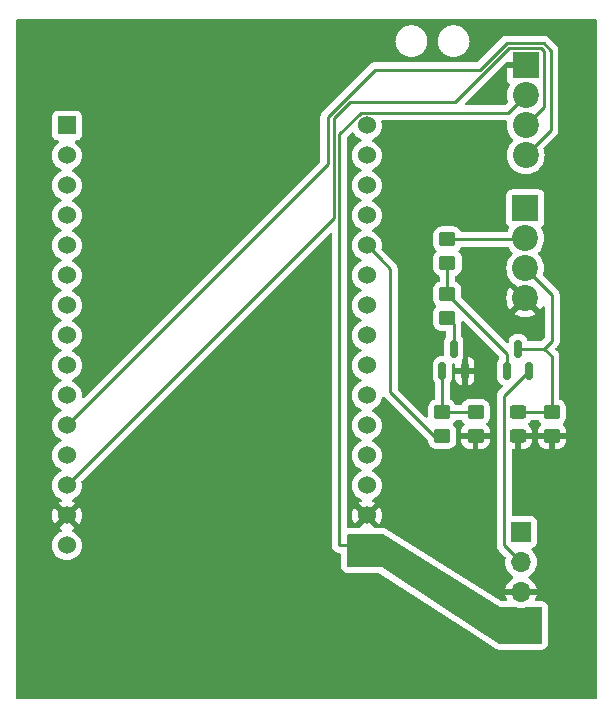
<source format=gtl>
%TF.GenerationSoftware,KiCad,Pcbnew,7.0.11-7.0.11~ubuntu22.04.1*%
%TF.CreationDate,2024-03-24T21:47:41+11:00*%
%TF.ProjectId,esp32_pwm_fan,65737033-325f-4707-976d-5f66616e2e6b,rev?*%
%TF.SameCoordinates,Original*%
%TF.FileFunction,Copper,L1,Top*%
%TF.FilePolarity,Positive*%
%FSLAX46Y46*%
G04 Gerber Fmt 4.6, Leading zero omitted, Abs format (unit mm)*
G04 Created by KiCad (PCBNEW 7.0.11-7.0.11~ubuntu22.04.1) date 2024-03-24 21:47:41*
%MOMM*%
%LPD*%
G01*
G04 APERTURE LIST*
G04 Aperture macros list*
%AMRoundRect*
0 Rectangle with rounded corners*
0 $1 Rounding radius*
0 $2 $3 $4 $5 $6 $7 $8 $9 X,Y pos of 4 corners*
0 Add a 4 corners polygon primitive as box body*
4,1,4,$2,$3,$4,$5,$6,$7,$8,$9,$2,$3,0*
0 Add four circle primitives for the rounded corners*
1,1,$1+$1,$2,$3*
1,1,$1+$1,$4,$5*
1,1,$1+$1,$6,$7*
1,1,$1+$1,$8,$9*
0 Add four rect primitives between the rounded corners*
20,1,$1+$1,$2,$3,$4,$5,0*
20,1,$1+$1,$4,$5,$6,$7,0*
20,1,$1+$1,$6,$7,$8,$9,0*
20,1,$1+$1,$8,$9,$2,$3,0*%
G04 Aperture macros list end*
%TA.AperFunction,SMDPad,CuDef*%
%ADD10RoundRect,0.150000X0.150000X-0.587500X0.150000X0.587500X-0.150000X0.587500X-0.150000X-0.587500X0*%
%TD*%
%TA.AperFunction,ComponentPad*%
%ADD11R,2.200000X2.200000*%
%TD*%
%TA.AperFunction,ComponentPad*%
%ADD12C,2.200000*%
%TD*%
%TA.AperFunction,ComponentPad*%
%ADD13R,1.524000X1.524000*%
%TD*%
%TA.AperFunction,ComponentPad*%
%ADD14C,1.524000*%
%TD*%
%TA.AperFunction,ComponentPad*%
%ADD15R,1.700000X1.700000*%
%TD*%
%TA.AperFunction,ComponentPad*%
%ADD16O,1.700000X1.700000*%
%TD*%
%TA.AperFunction,SMDPad,CuDef*%
%ADD17RoundRect,0.250000X-0.450000X0.350000X-0.450000X-0.350000X0.450000X-0.350000X0.450000X0.350000X0*%
%TD*%
%TA.AperFunction,SMDPad,CuDef*%
%ADD18RoundRect,0.250000X0.450000X-0.350000X0.450000X0.350000X-0.450000X0.350000X-0.450000X-0.350000X0*%
%TD*%
%TA.AperFunction,SMDPad,CuDef*%
%ADD19RoundRect,0.250000X-0.450000X0.325000X-0.450000X-0.325000X0.450000X-0.325000X0.450000X0.325000X0*%
%TD*%
%TA.AperFunction,Conductor*%
%ADD20C,0.250000*%
%TD*%
G04 APERTURE END LIST*
D10*
%TO.P,Q2,1,G*%
%TO.N,Net-(Q2-G)*%
X114575000Y-75800000D03*
%TO.P,Q2,2,S*%
%TO.N,+10V*%
X116475000Y-75800000D03*
%TO.P,Q2,3,D*%
%TO.N,Net-(D1-K)*%
X115525000Y-73925000D03*
%TD*%
D11*
%TO.P,J1,1,Pin_1*%
%TO.N,GND*%
X116170000Y-49930000D03*
D12*
%TO.P,J1,2,Pin_2*%
%TO.N,+3V3*%
X116170000Y-52470000D03*
%TO.P,J1,3,Pin_3*%
%TO.N,Net-(J1-Pin_3)*%
X116170000Y-55010000D03*
%TO.P,J1,4,Pin_4*%
%TO.N,Net-(J1-Pin_4)*%
X116170000Y-57550000D03*
%TD*%
D13*
%TO.P,U2,1,EN*%
%TO.N,unconnected-(U2-EN-Pad1)*%
X77325000Y-55025000D03*
D14*
%TO.P,U2,2,SENSOR_VP*%
%TO.N,unconnected-(U2-SENSOR_VP-Pad2)*%
X77325000Y-57565000D03*
%TO.P,U2,3,SENSOR_VN*%
%TO.N,unconnected-(U2-SENSOR_VN-Pad3)*%
X77325000Y-60105000D03*
%TO.P,U2,4,IO34*%
%TO.N,unconnected-(U2-IO34-Pad4)*%
X77325000Y-62645000D03*
%TO.P,U2,5,IO35*%
%TO.N,unconnected-(U2-IO35-Pad5)*%
X77325000Y-65185000D03*
%TO.P,U2,6,IO32*%
%TO.N,unconnected-(U2-IO32-Pad6)*%
X77325000Y-67725000D03*
%TO.P,U2,7,IO33*%
%TO.N,unconnected-(U2-IO33-Pad7)*%
X77325000Y-70265000D03*
%TO.P,U2,8,IO25*%
%TO.N,unconnected-(U2-IO25-Pad8)*%
X77325000Y-72805000D03*
%TO.P,U2,9,IO26*%
%TO.N,unconnected-(U2-IO26-Pad9)*%
X77325000Y-75345000D03*
%TO.P,U2,10,IO27*%
%TO.N,unconnected-(U2-IO27-Pad10)*%
X77325000Y-77885000D03*
%TO.P,U2,11,IO14*%
%TO.N,Net-(J1-Pin_4)*%
X77325000Y-80425000D03*
%TO.P,U2,12,IO12*%
%TO.N,unconnected-(U2-IO12-Pad12)*%
X77325000Y-82965000D03*
%TO.P,U2,13,IO13*%
%TO.N,Net-(J1-Pin_3)*%
X77325000Y-85505000D03*
%TO.P,U2,14,GND*%
%TO.N,GND*%
X77325000Y-88045000D03*
%TO.P,U2,15,VIN*%
%TO.N,unconnected-(U2-VIN-Pad15)*%
X77325000Y-90585000D03*
%TO.P,U2,16,3V3*%
%TO.N,+3V3*%
X102725000Y-90585000D03*
%TO.P,U2,17,GND*%
%TO.N,GND*%
X102725000Y-88045000D03*
%TO.P,U2,18,IO15*%
%TO.N,unconnected-(U2-IO15-Pad18)*%
X102725000Y-85505000D03*
%TO.P,U2,19,IO2*%
%TO.N,unconnected-(U2-IO2-Pad19)*%
X102725000Y-82965000D03*
%TO.P,U2,20,IO4*%
%TO.N,unconnected-(U2-IO4-Pad20)*%
X102725000Y-80425000D03*
%TO.P,U2,21,IO16*%
%TO.N,unconnected-(U2-IO16-Pad21)*%
X102725000Y-77885000D03*
%TO.P,U2,22,IO17*%
%TO.N,unconnected-(U2-IO17-Pad22)*%
X102725000Y-75345000D03*
%TO.P,U2,23,IO5*%
%TO.N,unconnected-(U2-IO5-Pad23)*%
X102725000Y-72805000D03*
%TO.P,U2,24,IO18*%
%TO.N,unconnected-(U2-IO18-Pad24)*%
X102725000Y-70265000D03*
%TO.P,U2,25,IO19*%
%TO.N,unconnected-(U2-IO19-Pad25)*%
X102725000Y-67725000D03*
%TO.P,U2,26,IO21*%
%TO.N,Net-(U2-IO21)*%
X102725000Y-65185000D03*
%TO.P,U2,27,RXD0/IO3*%
%TO.N,unconnected-(U2-RXD0{slash}IO3-Pad27)*%
X102725000Y-62645000D03*
%TO.P,U2,28,TXD0/IO1*%
%TO.N,unconnected-(U2-TXD0{slash}IO1-Pad28)*%
X102725000Y-60105000D03*
%TO.P,U2,29,IO22*%
%TO.N,unconnected-(U2-IO22-Pad29)*%
X102725000Y-57565000D03*
%TO.P,U2,30,IO23*%
%TO.N,unconnected-(U2-IO23-Pad30)*%
X102725000Y-55025000D03*
%TD*%
D15*
%TO.P,J3,1,Pin_1*%
%TO.N,unconnected-(J3-Pin_1-Pad1)*%
X115775000Y-89450000D03*
D16*
%TO.P,J3,2,Pin_2*%
%TO.N,+10V*%
X115775000Y-91990000D03*
%TO.P,J3,3,Pin_3*%
%TO.N,GND*%
X115775000Y-94530000D03*
%TO.P,J3,4,Pin_4*%
%TO.N,+3V3*%
X115775000Y-97070000D03*
%TD*%
D17*
%TO.P,R5,1*%
%TO.N,Net-(D1-K)*%
X118400000Y-79325000D03*
%TO.P,R5,2*%
%TO.N,GND*%
X118400000Y-81325000D03*
%TD*%
D18*
%TO.P,R2,1*%
%TO.N,Net-(U2-IO21)*%
X109100000Y-81325000D03*
%TO.P,R2,2*%
%TO.N,Net-(Q1-B)*%
X109100000Y-79325000D03*
%TD*%
D17*
%TO.P,R1,1*%
%TO.N,Net-(Q2-G)*%
X109525000Y-69325000D03*
%TO.P,R1,2*%
%TO.N,Net-(Q1-C)*%
X109525000Y-71325000D03*
%TD*%
D10*
%TO.P,Q1,1,B*%
%TO.N,Net-(Q1-B)*%
X109125000Y-75800000D03*
%TO.P,Q1,2,E*%
%TO.N,GND*%
X111025000Y-75800000D03*
%TO.P,Q1,3,C*%
%TO.N,Net-(Q1-C)*%
X110075000Y-73925000D03*
%TD*%
D11*
%TO.P,J2,1,Pin_1*%
%TO.N,unconnected-(J2-Pin_1-Pad1)*%
X116140000Y-62050000D03*
D12*
%TO.P,J2,2,Pin_2*%
%TO.N,+10V*%
X116140000Y-64590000D03*
%TO.P,J2,3,Pin_3*%
%TO.N,Net-(D1-K)*%
X116140000Y-67130000D03*
%TO.P,J2,4,Pin_4*%
%TO.N,GND*%
X116140000Y-69670000D03*
%TD*%
D17*
%TO.P,R4,1*%
%TO.N,+10V*%
X109550000Y-64675000D03*
%TO.P,R4,2*%
%TO.N,Net-(Q2-G)*%
X109550000Y-66675000D03*
%TD*%
D19*
%TO.P,D1,1,K*%
%TO.N,Net-(D1-K)*%
X115500000Y-79300000D03*
%TO.P,D1,2,A*%
%TO.N,GND*%
X115500000Y-81350000D03*
%TD*%
D17*
%TO.P,R3,1*%
%TO.N,Net-(Q1-B)*%
X111925000Y-79300000D03*
%TO.P,R3,2*%
%TO.N,GND*%
X111925000Y-81300000D03*
%TD*%
D20*
%TO.N,Net-(D1-K)*%
X116140000Y-67130000D02*
X118425000Y-69415000D01*
X118425000Y-69415000D02*
X118425000Y-73250000D01*
X118400000Y-74575000D02*
X117750000Y-73925000D01*
X117750000Y-73925000D02*
X118425000Y-73250000D01*
X115525000Y-73925000D02*
X117750000Y-73925000D01*
X115500000Y-79300000D02*
X118375000Y-79300000D01*
X118400000Y-79325000D02*
X118400000Y-74575000D01*
%TO.N,+10V*%
X116055000Y-64675000D02*
X116140000Y-64590000D01*
X109550000Y-64675000D02*
X116055000Y-64675000D01*
X114350000Y-90565000D02*
X115775000Y-91990000D01*
X116475000Y-75800000D02*
X114350000Y-77925000D01*
X114350000Y-77925000D02*
X114350000Y-90565000D01*
%TO.N,+3V3*%
X100400000Y-90585000D02*
X100400000Y-55775000D01*
X100400000Y-55775000D02*
X102237000Y-53938000D01*
X102725000Y-90585000D02*
X100400000Y-90585000D01*
X114702000Y-53938000D02*
X116170000Y-52470000D01*
X102237000Y-53938000D02*
X114702000Y-53938000D01*
%TO.N,Net-(U2-IO21)*%
X103812000Y-66287000D02*
X104700000Y-67175000D01*
X104700000Y-77625000D02*
X108400000Y-81325000D01*
X102725000Y-65185000D02*
X103812000Y-66272000D01*
X103812000Y-66272000D02*
X103812000Y-66287000D01*
X104700000Y-67175000D02*
X104700000Y-77625000D01*
X108400000Y-81325000D02*
X109100000Y-81325000D01*
%TO.N,Net-(Q1-B)*%
X109100000Y-79325000D02*
X109100000Y-75825000D01*
X111900000Y-79325000D02*
X111925000Y-79300000D01*
X109100000Y-79325000D02*
X111900000Y-79325000D01*
%TO.N,Net-(Q1-C)*%
X110075000Y-73925000D02*
X110075000Y-71875000D01*
X110075000Y-71875000D02*
X109525000Y-71325000D01*
%TO.N,Net-(Q2-G)*%
X109525000Y-69325000D02*
X109525000Y-66700000D01*
X114575000Y-75800000D02*
X114575000Y-74375000D01*
X114575000Y-74375000D02*
X109525000Y-69325000D01*
%TO.N,Net-(J1-Pin_3)*%
X77325000Y-85505000D02*
X99950000Y-62880000D01*
X114745000Y-48505000D02*
X117495000Y-48505000D01*
X117750000Y-48760000D02*
X117750000Y-53430000D01*
X99950000Y-54388604D02*
X101313604Y-53025000D01*
X110225000Y-53025000D02*
X114745000Y-48505000D01*
X117750000Y-53430000D02*
X116170000Y-55010000D01*
X117495000Y-48505000D02*
X117750000Y-48760000D01*
X99950000Y-62880000D02*
X99950000Y-54388604D01*
X101313604Y-53025000D02*
X110225000Y-53025000D01*
%TO.N,Net-(J1-Pin_4)*%
X117681396Y-48055000D02*
X118310000Y-48683604D01*
X77325000Y-80425000D02*
X99425000Y-58325000D01*
X99425000Y-58325000D02*
X99425000Y-54277208D01*
X118310000Y-48683604D02*
X118310000Y-55410000D01*
X99425000Y-54277208D02*
X103402208Y-50300000D01*
X112313604Y-50300000D02*
X114558604Y-48055000D01*
X118310000Y-55410000D02*
X116170000Y-57550000D01*
X114558604Y-48055000D02*
X117681396Y-48055000D01*
X103402208Y-50300000D02*
X112313604Y-50300000D01*
%TD*%
%TA.AperFunction,Conductor*%
%TO.N,+3V3*%
G36*
X104055049Y-89638663D02*
G01*
X113975000Y-95800000D01*
X115280444Y-95800000D01*
X115312537Y-95804225D01*
X115435669Y-95837217D01*
X115539592Y-95865063D01*
X115727918Y-95881539D01*
X115774999Y-95885659D01*
X115775000Y-95885659D01*
X115775001Y-95885659D01*
X115814234Y-95882226D01*
X116010408Y-95865063D01*
X116143653Y-95829360D01*
X116237463Y-95804225D01*
X116269556Y-95800000D01*
X117451000Y-95800000D01*
X117518039Y-95819685D01*
X117563794Y-95872489D01*
X117575000Y-95924000D01*
X117575000Y-98801000D01*
X117555315Y-98868039D01*
X117502511Y-98913794D01*
X117451000Y-98925000D01*
X114011641Y-98925000D01*
X113944602Y-98905315D01*
X113944245Y-98905086D01*
X109260697Y-95872489D01*
X103975000Y-92450000D01*
X103974999Y-92450000D01*
X101174000Y-92450000D01*
X101106961Y-92430315D01*
X101061206Y-92377511D01*
X101050000Y-92326000D01*
X101050000Y-89744000D01*
X101069685Y-89676961D01*
X101122489Y-89631206D01*
X101174000Y-89620000D01*
X103989625Y-89620000D01*
X104055049Y-89638663D01*
G37*
%TD.AperFunction*%
%TD*%
%TA.AperFunction,Conductor*%
%TO.N,GND*%
G36*
X110930697Y-71615734D02*
G01*
X110937180Y-71621770D01*
X113913181Y-74597771D01*
X113946666Y-74659094D01*
X113949500Y-74685452D01*
X113949500Y-74716691D01*
X113929815Y-74783730D01*
X113913181Y-74804372D01*
X113906923Y-74810629D01*
X113906917Y-74810637D01*
X113823255Y-74952103D01*
X113823254Y-74952106D01*
X113777402Y-75109926D01*
X113777401Y-75109932D01*
X113774500Y-75146798D01*
X113774500Y-76453201D01*
X113777401Y-76490067D01*
X113777402Y-76490073D01*
X113823254Y-76647893D01*
X113823255Y-76647896D01*
X113906917Y-76789362D01*
X113906923Y-76789370D01*
X114023129Y-76905576D01*
X114023133Y-76905579D01*
X114023135Y-76905581D01*
X114037658Y-76914170D01*
X114171317Y-76993215D01*
X114170306Y-76994924D01*
X114215973Y-77032930D01*
X114236988Y-77099564D01*
X114218642Y-77166982D01*
X114200694Y-77189713D01*
X113966208Y-77424199D01*
X113953951Y-77434020D01*
X113954134Y-77434241D01*
X113948122Y-77439214D01*
X113902098Y-77488223D01*
X113899391Y-77491016D01*
X113879889Y-77510517D01*
X113879875Y-77510534D01*
X113877407Y-77513715D01*
X113869843Y-77522570D01*
X113839937Y-77554418D01*
X113839936Y-77554420D01*
X113830284Y-77571976D01*
X113819610Y-77588226D01*
X113807329Y-77604061D01*
X113807324Y-77604068D01*
X113789975Y-77644158D01*
X113784838Y-77654644D01*
X113763803Y-77692906D01*
X113758822Y-77712307D01*
X113752521Y-77730710D01*
X113744562Y-77749102D01*
X113744561Y-77749105D01*
X113737728Y-77792243D01*
X113735360Y-77803674D01*
X113724501Y-77845971D01*
X113724500Y-77845982D01*
X113724500Y-77866016D01*
X113722973Y-77885415D01*
X113719840Y-77905194D01*
X113719840Y-77905195D01*
X113723950Y-77948674D01*
X113724500Y-77960343D01*
X113724500Y-90482255D01*
X113722775Y-90497872D01*
X113723061Y-90497899D01*
X113722326Y-90505665D01*
X113724439Y-90572872D01*
X113724500Y-90576767D01*
X113724500Y-90604357D01*
X113725003Y-90608335D01*
X113725918Y-90619967D01*
X113727290Y-90663624D01*
X113727291Y-90663627D01*
X113732880Y-90682867D01*
X113736824Y-90701911D01*
X113736980Y-90703138D01*
X113739336Y-90721792D01*
X113755414Y-90762403D01*
X113759197Y-90773452D01*
X113771381Y-90815388D01*
X113781580Y-90832634D01*
X113790136Y-90850100D01*
X113794188Y-90860333D01*
X113797514Y-90868732D01*
X113823181Y-90904060D01*
X113829593Y-90913821D01*
X113851828Y-90951417D01*
X113851833Y-90951424D01*
X113865990Y-90965580D01*
X113878627Y-90980375D01*
X113890406Y-90996587D01*
X113916835Y-91018451D01*
X113924057Y-91024425D01*
X113932698Y-91032288D01*
X114434762Y-91534352D01*
X114468247Y-91595675D01*
X114466856Y-91654126D01*
X114439938Y-91754586D01*
X114439936Y-91754596D01*
X114419341Y-91989999D01*
X114419341Y-91990000D01*
X114439936Y-92225403D01*
X114439938Y-92225413D01*
X114501094Y-92453655D01*
X114501096Y-92453659D01*
X114501097Y-92453663D01*
X114515697Y-92484972D01*
X114600965Y-92667830D01*
X114600967Y-92667834D01*
X114666441Y-92761340D01*
X114732421Y-92855569D01*
X114736501Y-92861395D01*
X114736506Y-92861402D01*
X114903597Y-93028493D01*
X114903603Y-93028498D01*
X115089594Y-93158730D01*
X115133219Y-93213307D01*
X115140413Y-93282805D01*
X115108890Y-93345160D01*
X115089595Y-93361880D01*
X114903922Y-93491890D01*
X114903920Y-93491891D01*
X114736891Y-93658920D01*
X114736886Y-93658926D01*
X114601400Y-93852420D01*
X114601399Y-93852422D01*
X114501570Y-94066507D01*
X114501567Y-94066513D01*
X114444364Y-94279999D01*
X114444364Y-94280000D01*
X115341314Y-94280000D01*
X115315507Y-94320156D01*
X115275000Y-94458111D01*
X115275000Y-94601889D01*
X115315507Y-94739844D01*
X115341314Y-94780000D01*
X114444364Y-94780000D01*
X114501567Y-94993486D01*
X114501570Y-94993492D01*
X114559673Y-95118095D01*
X114570165Y-95187173D01*
X114541645Y-95250957D01*
X114483169Y-95289196D01*
X114447291Y-95294500D01*
X114154583Y-95294500D01*
X114089158Y-95275836D01*
X114087514Y-95274815D01*
X104321760Y-89209250D01*
X104306154Y-89202340D01*
X104193711Y-89152552D01*
X104128300Y-89133894D01*
X104128293Y-89133892D01*
X104035847Y-89120964D01*
X103989626Y-89114500D01*
X103989625Y-89114500D01*
X103492309Y-89114500D01*
X103425270Y-89094815D01*
X103404628Y-89078181D01*
X102752448Y-88426000D01*
X102756569Y-88426000D01*
X102850421Y-88410339D01*
X102962251Y-88349820D01*
X103048371Y-88256269D01*
X103099448Y-88139823D01*
X103105105Y-88071552D01*
X103776741Y-88743188D01*
X103822094Y-88678417D01*
X103822100Y-88678407D01*
X103915419Y-88478284D01*
X103915424Y-88478270D01*
X103972573Y-88264986D01*
X103972575Y-88264976D01*
X103991821Y-88045000D01*
X103991821Y-88044999D01*
X103972575Y-87825023D01*
X103972573Y-87825013D01*
X103915424Y-87611729D01*
X103915420Y-87611720D01*
X103822096Y-87411586D01*
X103776741Y-87346811D01*
X103776740Y-87346810D01*
X103109903Y-88013648D01*
X103109949Y-88013102D01*
X103078734Y-87889838D01*
X103009187Y-87783388D01*
X102908843Y-87705287D01*
X102788578Y-87664000D01*
X102752448Y-87664000D01*
X103423188Y-86993259D01*
X103423187Y-86993258D01*
X103358411Y-86947901D01*
X103358405Y-86947898D01*
X103229219Y-86887658D01*
X103176779Y-86841486D01*
X103157627Y-86774293D01*
X103177843Y-86707411D01*
X103229219Y-86662894D01*
X103358662Y-86602534D01*
X103539620Y-86475826D01*
X103695826Y-86319620D01*
X103822534Y-86138662D01*
X103915894Y-85938450D01*
X103973070Y-85725068D01*
X103992323Y-85505000D01*
X103973070Y-85284932D01*
X103915894Y-85071550D01*
X103822534Y-84871339D01*
X103695826Y-84690380D01*
X103539620Y-84534174D01*
X103539616Y-84534171D01*
X103539615Y-84534170D01*
X103358666Y-84407468D01*
X103358658Y-84407464D01*
X103229811Y-84347382D01*
X103177371Y-84301210D01*
X103158219Y-84234017D01*
X103178435Y-84167135D01*
X103229811Y-84122618D01*
X103235802Y-84119824D01*
X103358662Y-84062534D01*
X103539620Y-83935826D01*
X103695826Y-83779620D01*
X103822534Y-83598662D01*
X103915894Y-83398450D01*
X103973070Y-83185068D01*
X103992323Y-82965000D01*
X103973070Y-82744932D01*
X103915894Y-82531550D01*
X103822534Y-82331339D01*
X103695826Y-82150380D01*
X103539620Y-81994174D01*
X103539616Y-81994171D01*
X103539615Y-81994170D01*
X103358666Y-81867468D01*
X103358658Y-81867464D01*
X103229811Y-81807382D01*
X103177371Y-81761210D01*
X103158219Y-81694017D01*
X103178435Y-81627135D01*
X103229811Y-81582618D01*
X103246148Y-81575000D01*
X103358662Y-81522534D01*
X103539620Y-81395826D01*
X103695826Y-81239620D01*
X103822534Y-81058662D01*
X103915894Y-80858450D01*
X103973070Y-80645068D01*
X103992043Y-80428202D01*
X103992323Y-80425002D01*
X103992323Y-80424997D01*
X103977627Y-80257019D01*
X103973070Y-80204932D01*
X103915894Y-79991550D01*
X103822534Y-79791339D01*
X103695826Y-79610380D01*
X103539620Y-79454174D01*
X103539616Y-79454171D01*
X103539615Y-79454170D01*
X103358666Y-79327468D01*
X103358658Y-79327464D01*
X103229811Y-79267382D01*
X103177371Y-79221210D01*
X103158219Y-79154017D01*
X103178435Y-79087135D01*
X103229811Y-79042618D01*
X103235802Y-79039824D01*
X103358662Y-78982534D01*
X103539620Y-78855826D01*
X103695826Y-78699620D01*
X103822534Y-78518662D01*
X103915894Y-78318450D01*
X103973070Y-78105068D01*
X103976042Y-78071094D01*
X104001494Y-78006026D01*
X104058085Y-77965048D01*
X104127847Y-77961169D01*
X104188631Y-77995623D01*
X104197550Y-78005903D01*
X104201829Y-78011420D01*
X104215990Y-78025580D01*
X104228628Y-78040376D01*
X104240405Y-78056586D01*
X104240406Y-78056587D01*
X104274057Y-78084425D01*
X104282698Y-78092288D01*
X107866495Y-81676086D01*
X107899980Y-81737409D01*
X107902172Y-81751164D01*
X107910001Y-81827797D01*
X107910001Y-81827799D01*
X107956832Y-81969124D01*
X107965186Y-81994334D01*
X108057288Y-82143656D01*
X108181344Y-82267712D01*
X108330666Y-82359814D01*
X108497203Y-82414999D01*
X108599991Y-82425500D01*
X109600008Y-82425499D01*
X109600016Y-82425498D01*
X109600019Y-82425498D01*
X109656302Y-82419748D01*
X109702797Y-82414999D01*
X109869334Y-82359814D01*
X110018656Y-82267712D01*
X110142712Y-82143656D01*
X110234814Y-81994334D01*
X110289999Y-81827797D01*
X110300500Y-81725009D01*
X110300500Y-81550000D01*
X110725001Y-81550000D01*
X110725001Y-81699986D01*
X110735494Y-81802697D01*
X110790641Y-81969119D01*
X110790643Y-81969124D01*
X110882684Y-82118345D01*
X111006654Y-82242315D01*
X111155875Y-82334356D01*
X111155880Y-82334358D01*
X111322302Y-82389505D01*
X111322309Y-82389506D01*
X111425019Y-82399999D01*
X111674999Y-82399999D01*
X111675000Y-82399998D01*
X111675000Y-81550000D01*
X112175000Y-81550000D01*
X112175000Y-82399999D01*
X112424972Y-82399999D01*
X112424986Y-82399998D01*
X112527697Y-82389505D01*
X112694119Y-82334358D01*
X112694124Y-82334356D01*
X112843345Y-82242315D01*
X112967315Y-82118345D01*
X113059356Y-81969124D01*
X113059358Y-81969119D01*
X113114505Y-81802697D01*
X113114506Y-81802690D01*
X113124999Y-81699986D01*
X113125000Y-81699973D01*
X113125000Y-81550000D01*
X112175000Y-81550000D01*
X111675000Y-81550000D01*
X110725001Y-81550000D01*
X110300500Y-81550000D01*
X110300499Y-80924992D01*
X110297947Y-80900013D01*
X110289999Y-80822203D01*
X110289998Y-80822200D01*
X110251453Y-80705880D01*
X110234814Y-80655666D01*
X110142712Y-80506344D01*
X110049049Y-80412681D01*
X110015564Y-80351358D01*
X110020548Y-80281666D01*
X110049049Y-80237319D01*
X110081442Y-80204926D01*
X110142712Y-80143656D01*
X110225519Y-80009402D01*
X110277467Y-79962679D01*
X110331058Y-79950500D01*
X110709362Y-79950500D01*
X110776401Y-79970185D01*
X110814899Y-80009401D01*
X110866868Y-80093656D01*
X110882289Y-80118657D01*
X110976304Y-80212672D01*
X111009789Y-80273995D01*
X111004805Y-80343687D01*
X110976305Y-80388034D01*
X110882682Y-80481657D01*
X110790643Y-80630875D01*
X110790641Y-80630880D01*
X110735494Y-80797302D01*
X110735493Y-80797309D01*
X110725000Y-80900013D01*
X110725000Y-81050000D01*
X113124999Y-81050000D01*
X113124999Y-80900028D01*
X113124998Y-80900013D01*
X113114505Y-80797302D01*
X113059358Y-80630880D01*
X113059356Y-80630875D01*
X112967315Y-80481654D01*
X112873695Y-80388034D01*
X112840210Y-80326711D01*
X112845194Y-80257019D01*
X112873691Y-80212676D01*
X112967712Y-80118656D01*
X113059814Y-79969334D01*
X113114999Y-79802797D01*
X113125500Y-79700009D01*
X113125499Y-78899992D01*
X113120987Y-78855826D01*
X113114999Y-78797203D01*
X113114998Y-78797200D01*
X113070303Y-78662321D01*
X113059814Y-78630666D01*
X112967712Y-78481344D01*
X112843656Y-78357288D01*
X112703256Y-78270689D01*
X112694336Y-78265187D01*
X112694331Y-78265185D01*
X112692862Y-78264698D01*
X112527797Y-78210001D01*
X112527795Y-78210000D01*
X112425010Y-78199500D01*
X111424998Y-78199500D01*
X111424980Y-78199501D01*
X111322203Y-78210000D01*
X111322200Y-78210001D01*
X111155668Y-78265185D01*
X111155663Y-78265187D01*
X111006342Y-78357289D01*
X110882289Y-78481342D01*
X110786395Y-78636813D01*
X110784600Y-78635706D01*
X110745313Y-78680337D01*
X110679092Y-78699500D01*
X110331058Y-78699500D01*
X110264019Y-78679815D01*
X110225519Y-78640597D01*
X110223185Y-78636813D01*
X110142712Y-78506344D01*
X110018656Y-78382288D01*
X109869334Y-78290186D01*
X109810493Y-78270688D01*
X109753051Y-78230916D01*
X109726228Y-78166400D01*
X109725500Y-78152983D01*
X109725500Y-76908308D01*
X109745185Y-76841269D01*
X109761820Y-76820626D01*
X109793076Y-76789370D01*
X109793081Y-76789365D01*
X109876744Y-76647898D01*
X109922598Y-76490069D01*
X109925500Y-76453194D01*
X109925500Y-76050000D01*
X110225000Y-76050000D01*
X110225000Y-76453149D01*
X110227899Y-76489989D01*
X110227900Y-76489995D01*
X110273716Y-76647693D01*
X110273717Y-76647696D01*
X110357314Y-76789052D01*
X110357321Y-76789061D01*
X110473438Y-76905178D01*
X110473447Y-76905185D01*
X110614801Y-76988781D01*
X110772514Y-77034600D01*
X110772511Y-77034600D01*
X110774998Y-77034795D01*
X110775000Y-77034795D01*
X110775000Y-76050000D01*
X111275000Y-76050000D01*
X111275000Y-77034795D01*
X111275001Y-77034795D01*
X111277486Y-77034600D01*
X111435198Y-76988781D01*
X111576552Y-76905185D01*
X111576561Y-76905178D01*
X111692678Y-76789061D01*
X111692685Y-76789052D01*
X111776282Y-76647696D01*
X111776283Y-76647693D01*
X111822099Y-76489995D01*
X111822100Y-76489989D01*
X111824999Y-76453149D01*
X111825000Y-76453134D01*
X111825000Y-76050000D01*
X111275000Y-76050000D01*
X110775000Y-76050000D01*
X110225000Y-76050000D01*
X109925500Y-76050000D01*
X109925500Y-75287000D01*
X109945185Y-75219961D01*
X109997989Y-75174206D01*
X110049500Y-75163000D01*
X110101000Y-75163000D01*
X110168039Y-75182685D01*
X110213794Y-75235489D01*
X110225000Y-75287000D01*
X110225000Y-75550000D01*
X110775000Y-75550000D01*
X110775000Y-74894314D01*
X110792267Y-74831194D01*
X110826744Y-74772898D01*
X110872598Y-74615069D01*
X110875500Y-74578194D01*
X110875500Y-74565203D01*
X111275000Y-74565203D01*
X111275000Y-75550000D01*
X111825000Y-75550000D01*
X111825000Y-75146865D01*
X111824999Y-75146850D01*
X111822100Y-75110010D01*
X111822099Y-75110004D01*
X111776283Y-74952306D01*
X111776282Y-74952303D01*
X111692685Y-74810947D01*
X111692678Y-74810938D01*
X111576561Y-74694821D01*
X111576552Y-74694814D01*
X111435196Y-74611217D01*
X111435193Y-74611216D01*
X111277494Y-74565400D01*
X111277497Y-74565400D01*
X111275000Y-74565203D01*
X110875500Y-74565203D01*
X110875500Y-73271806D01*
X110872598Y-73234931D01*
X110870097Y-73226324D01*
X110826745Y-73077106D01*
X110826744Y-73077103D01*
X110826744Y-73077102D01*
X110743081Y-72935635D01*
X110743079Y-72935633D01*
X110743076Y-72935629D01*
X110736819Y-72929372D01*
X110703334Y-72868049D01*
X110700500Y-72841691D01*
X110700500Y-71957737D01*
X110702224Y-71942123D01*
X110701938Y-71942096D01*
X110702670Y-71934338D01*
X110702672Y-71934332D01*
X110701373Y-71893002D01*
X110707605Y-71850108D01*
X110714999Y-71827797D01*
X110725500Y-71725009D01*
X110725499Y-71709454D01*
X110745180Y-71642417D01*
X110797982Y-71596659D01*
X110867139Y-71586712D01*
X110930697Y-71615734D01*
G37*
%TD.AperFunction*%
%TA.AperFunction,Conductor*%
G36*
X101561292Y-55600809D02*
G01*
X101617226Y-55642680D01*
X101625344Y-55654988D01*
X101627463Y-55658658D01*
X101754170Y-55839615D01*
X101754175Y-55839621D01*
X101910378Y-55995824D01*
X101910384Y-55995829D01*
X102091333Y-56122531D01*
X102091335Y-56122532D01*
X102091338Y-56122534D01*
X102210748Y-56178215D01*
X102220189Y-56182618D01*
X102272628Y-56228790D01*
X102291780Y-56295984D01*
X102271564Y-56362865D01*
X102220189Y-56407382D01*
X102091340Y-56467465D01*
X102091338Y-56467466D01*
X101910377Y-56594175D01*
X101754175Y-56750377D01*
X101627466Y-56931338D01*
X101627465Y-56931340D01*
X101534107Y-57131548D01*
X101534104Y-57131554D01*
X101476930Y-57344929D01*
X101476929Y-57344937D01*
X101457677Y-57564997D01*
X101457677Y-57565002D01*
X101476929Y-57785062D01*
X101476930Y-57785070D01*
X101534104Y-57998445D01*
X101534105Y-57998447D01*
X101534106Y-57998450D01*
X101582498Y-58102227D01*
X101627466Y-58198662D01*
X101627468Y-58198666D01*
X101754170Y-58379615D01*
X101754175Y-58379621D01*
X101910378Y-58535824D01*
X101910384Y-58535829D01*
X102091333Y-58662531D01*
X102091335Y-58662532D01*
X102091338Y-58662534D01*
X102210748Y-58718215D01*
X102220189Y-58722618D01*
X102272628Y-58768790D01*
X102291780Y-58835984D01*
X102271564Y-58902865D01*
X102220189Y-58947382D01*
X102091340Y-59007465D01*
X102091338Y-59007466D01*
X101910377Y-59134175D01*
X101754175Y-59290377D01*
X101627466Y-59471338D01*
X101627465Y-59471340D01*
X101534107Y-59671548D01*
X101534104Y-59671554D01*
X101476930Y-59884929D01*
X101476929Y-59884937D01*
X101457677Y-60104997D01*
X101457677Y-60105002D01*
X101476929Y-60325062D01*
X101476930Y-60325070D01*
X101534104Y-60538445D01*
X101534105Y-60538447D01*
X101534106Y-60538450D01*
X101613014Y-60707669D01*
X101627466Y-60738662D01*
X101627468Y-60738666D01*
X101754170Y-60919615D01*
X101754175Y-60919621D01*
X101910378Y-61075824D01*
X101910384Y-61075829D01*
X102091333Y-61202531D01*
X102091335Y-61202532D01*
X102091338Y-61202534D01*
X102210748Y-61258215D01*
X102220189Y-61262618D01*
X102272628Y-61308790D01*
X102291780Y-61375984D01*
X102271564Y-61442865D01*
X102220189Y-61487382D01*
X102091340Y-61547465D01*
X102091338Y-61547466D01*
X101910377Y-61674175D01*
X101754175Y-61830377D01*
X101627466Y-62011338D01*
X101627465Y-62011340D01*
X101534107Y-62211548D01*
X101534104Y-62211554D01*
X101476930Y-62424929D01*
X101476929Y-62424937D01*
X101457677Y-62644997D01*
X101457677Y-62645002D01*
X101476929Y-62865062D01*
X101476930Y-62865070D01*
X101534104Y-63078445D01*
X101534105Y-63078447D01*
X101534106Y-63078450D01*
X101617590Y-63257482D01*
X101627466Y-63278662D01*
X101627468Y-63278666D01*
X101754170Y-63459615D01*
X101754175Y-63459621D01*
X101910378Y-63615824D01*
X101910384Y-63615829D01*
X102091333Y-63742531D01*
X102091335Y-63742532D01*
X102091338Y-63742534D01*
X102210748Y-63798215D01*
X102220189Y-63802618D01*
X102272628Y-63848790D01*
X102291780Y-63915984D01*
X102271564Y-63982865D01*
X102220189Y-64027382D01*
X102091340Y-64087465D01*
X102091338Y-64087466D01*
X101910377Y-64214175D01*
X101754175Y-64370377D01*
X101627466Y-64551338D01*
X101627465Y-64551340D01*
X101534107Y-64751548D01*
X101534104Y-64751554D01*
X101476930Y-64964929D01*
X101476929Y-64964937D01*
X101457677Y-65184997D01*
X101457677Y-65185002D01*
X101476929Y-65405062D01*
X101476930Y-65405070D01*
X101534104Y-65618445D01*
X101534105Y-65618447D01*
X101534106Y-65618450D01*
X101601362Y-65762681D01*
X101627466Y-65818662D01*
X101627468Y-65818666D01*
X101754170Y-65999615D01*
X101754175Y-65999621D01*
X101910378Y-66155824D01*
X101910384Y-66155829D01*
X102091333Y-66282531D01*
X102091335Y-66282532D01*
X102091338Y-66282534D01*
X102210748Y-66338215D01*
X102220189Y-66342618D01*
X102272628Y-66388790D01*
X102291780Y-66455984D01*
X102271564Y-66522865D01*
X102220189Y-66567382D01*
X102091340Y-66627465D01*
X102091338Y-66627466D01*
X101910377Y-66754175D01*
X101754175Y-66910377D01*
X101627466Y-67091338D01*
X101627465Y-67091340D01*
X101534107Y-67291548D01*
X101534104Y-67291554D01*
X101476930Y-67504929D01*
X101476929Y-67504937D01*
X101457677Y-67724997D01*
X101457677Y-67725002D01*
X101476929Y-67945062D01*
X101476930Y-67945070D01*
X101534104Y-68158445D01*
X101534105Y-68158447D01*
X101534106Y-68158450D01*
X101584153Y-68265777D01*
X101627466Y-68358662D01*
X101627468Y-68358666D01*
X101754170Y-68539615D01*
X101754175Y-68539621D01*
X101910378Y-68695824D01*
X101910384Y-68695829D01*
X102091333Y-68822531D01*
X102091335Y-68822532D01*
X102091338Y-68822534D01*
X102210748Y-68878215D01*
X102220189Y-68882618D01*
X102272628Y-68928790D01*
X102291780Y-68995984D01*
X102271564Y-69062865D01*
X102220189Y-69107382D01*
X102091340Y-69167465D01*
X102091338Y-69167466D01*
X101910377Y-69294175D01*
X101754175Y-69450377D01*
X101627466Y-69631338D01*
X101627465Y-69631340D01*
X101534107Y-69831548D01*
X101534104Y-69831554D01*
X101476930Y-70044929D01*
X101476929Y-70044937D01*
X101457677Y-70264997D01*
X101457677Y-70265002D01*
X101476929Y-70485062D01*
X101476930Y-70485070D01*
X101534104Y-70698445D01*
X101534105Y-70698447D01*
X101534106Y-70698450D01*
X101587429Y-70812802D01*
X101627466Y-70898662D01*
X101627468Y-70898666D01*
X101754170Y-71079615D01*
X101754175Y-71079621D01*
X101910378Y-71235824D01*
X101910384Y-71235829D01*
X102091333Y-71362531D01*
X102091335Y-71362532D01*
X102091338Y-71362534D01*
X102210748Y-71418215D01*
X102220189Y-71422618D01*
X102272628Y-71468790D01*
X102291780Y-71535984D01*
X102271564Y-71602865D01*
X102220189Y-71647382D01*
X102091340Y-71707465D01*
X102091338Y-71707466D01*
X101910377Y-71834175D01*
X101754175Y-71990377D01*
X101627466Y-72171338D01*
X101627465Y-72171340D01*
X101534107Y-72371548D01*
X101534104Y-72371554D01*
X101476930Y-72584929D01*
X101476929Y-72584937D01*
X101457677Y-72804997D01*
X101457677Y-72805002D01*
X101476929Y-73025062D01*
X101476930Y-73025070D01*
X101534104Y-73238445D01*
X101534105Y-73238447D01*
X101534106Y-73238450D01*
X101587429Y-73352802D01*
X101627466Y-73438662D01*
X101627468Y-73438666D01*
X101754170Y-73619615D01*
X101754175Y-73619621D01*
X101910378Y-73775824D01*
X101910384Y-73775829D01*
X102091333Y-73902531D01*
X102091335Y-73902532D01*
X102091338Y-73902534D01*
X102139517Y-73925000D01*
X102220189Y-73962618D01*
X102272628Y-74008790D01*
X102291780Y-74075984D01*
X102271564Y-74142865D01*
X102220189Y-74187382D01*
X102091340Y-74247465D01*
X102091338Y-74247466D01*
X101910377Y-74374175D01*
X101754175Y-74530377D01*
X101627466Y-74711338D01*
X101627465Y-74711340D01*
X101534107Y-74911548D01*
X101534104Y-74911554D01*
X101476930Y-75124929D01*
X101476929Y-75124937D01*
X101457677Y-75344997D01*
X101457677Y-75345002D01*
X101476929Y-75565062D01*
X101476930Y-75565070D01*
X101534104Y-75778445D01*
X101534105Y-75778447D01*
X101534106Y-75778450D01*
X101587429Y-75892802D01*
X101627466Y-75978662D01*
X101627468Y-75978666D01*
X101754170Y-76159615D01*
X101754175Y-76159621D01*
X101910378Y-76315824D01*
X101910384Y-76315829D01*
X102091333Y-76442531D01*
X102091335Y-76442532D01*
X102091338Y-76442534D01*
X102114199Y-76453194D01*
X102220189Y-76502618D01*
X102272628Y-76548790D01*
X102291780Y-76615984D01*
X102271564Y-76682865D01*
X102220189Y-76727382D01*
X102091340Y-76787465D01*
X102091338Y-76787466D01*
X101910377Y-76914175D01*
X101754175Y-77070377D01*
X101627466Y-77251338D01*
X101627465Y-77251340D01*
X101534107Y-77451548D01*
X101534104Y-77451554D01*
X101476930Y-77664929D01*
X101476929Y-77664937D01*
X101457677Y-77884997D01*
X101457677Y-77885002D01*
X101476929Y-78105062D01*
X101476930Y-78105070D01*
X101534104Y-78318445D01*
X101534105Y-78318447D01*
X101534106Y-78318450D01*
X101621721Y-78506342D01*
X101627466Y-78518662D01*
X101627468Y-78518666D01*
X101754170Y-78699615D01*
X101754175Y-78699621D01*
X101910378Y-78855824D01*
X101910384Y-78855829D01*
X102091333Y-78982531D01*
X102091335Y-78982532D01*
X102091338Y-78982534D01*
X102210748Y-79038215D01*
X102220189Y-79042618D01*
X102272628Y-79088790D01*
X102291780Y-79155984D01*
X102271564Y-79222865D01*
X102220189Y-79267382D01*
X102091340Y-79327465D01*
X102091338Y-79327466D01*
X101910377Y-79454175D01*
X101754175Y-79610377D01*
X101627466Y-79791338D01*
X101627465Y-79791340D01*
X101622123Y-79802797D01*
X101544466Y-79969334D01*
X101534107Y-79991548D01*
X101534104Y-79991554D01*
X101476930Y-80204929D01*
X101476929Y-80204937D01*
X101457677Y-80424997D01*
X101457677Y-80425002D01*
X101476929Y-80645062D01*
X101476930Y-80645070D01*
X101534104Y-80858445D01*
X101534105Y-80858447D01*
X101534106Y-80858450D01*
X101565135Y-80924992D01*
X101627466Y-81058662D01*
X101627468Y-81058666D01*
X101754170Y-81239615D01*
X101754175Y-81239621D01*
X101910378Y-81395824D01*
X101910384Y-81395829D01*
X102091333Y-81522531D01*
X102091335Y-81522532D01*
X102091338Y-81522534D01*
X102203852Y-81575000D01*
X102220189Y-81582618D01*
X102272628Y-81628790D01*
X102291780Y-81695984D01*
X102271564Y-81762865D01*
X102220189Y-81807382D01*
X102091340Y-81867465D01*
X102091338Y-81867466D01*
X101910377Y-81994175D01*
X101754175Y-82150377D01*
X101627466Y-82331338D01*
X101627465Y-82331340D01*
X101534107Y-82531548D01*
X101534104Y-82531554D01*
X101476930Y-82744929D01*
X101476929Y-82744937D01*
X101457677Y-82964997D01*
X101457677Y-82965002D01*
X101476929Y-83185062D01*
X101476930Y-83185070D01*
X101534104Y-83398445D01*
X101534105Y-83398447D01*
X101534106Y-83398450D01*
X101627466Y-83598662D01*
X101627468Y-83598666D01*
X101754170Y-83779615D01*
X101754175Y-83779621D01*
X101910378Y-83935824D01*
X101910384Y-83935829D01*
X102091333Y-84062531D01*
X102091335Y-84062532D01*
X102091338Y-84062534D01*
X102210748Y-84118215D01*
X102220189Y-84122618D01*
X102272628Y-84168790D01*
X102291780Y-84235984D01*
X102271564Y-84302865D01*
X102220189Y-84347382D01*
X102091340Y-84407465D01*
X102091338Y-84407466D01*
X101910377Y-84534175D01*
X101754175Y-84690377D01*
X101627466Y-84871338D01*
X101627465Y-84871340D01*
X101534107Y-85071548D01*
X101534104Y-85071554D01*
X101476930Y-85284929D01*
X101476929Y-85284937D01*
X101457677Y-85504997D01*
X101457677Y-85505002D01*
X101476929Y-85725062D01*
X101476930Y-85725070D01*
X101534104Y-85938445D01*
X101534105Y-85938447D01*
X101534106Y-85938450D01*
X101627466Y-86138662D01*
X101627468Y-86138666D01*
X101754170Y-86319615D01*
X101754175Y-86319621D01*
X101910378Y-86475824D01*
X101910384Y-86475829D01*
X102091333Y-86602531D01*
X102091335Y-86602532D01*
X102091338Y-86602534D01*
X102220781Y-86662894D01*
X102273220Y-86709066D01*
X102292372Y-86776260D01*
X102272156Y-86843141D01*
X102220781Y-86887658D01*
X102091590Y-86947901D01*
X102026811Y-86993258D01*
X102697553Y-87664000D01*
X102693431Y-87664000D01*
X102599579Y-87679661D01*
X102487749Y-87740180D01*
X102401629Y-87833731D01*
X102350552Y-87950177D01*
X102344894Y-88018446D01*
X101673258Y-87346811D01*
X101627901Y-87411590D01*
X101534579Y-87611720D01*
X101534575Y-87611729D01*
X101477426Y-87825013D01*
X101477424Y-87825023D01*
X101458179Y-88044999D01*
X101458179Y-88045000D01*
X101477424Y-88264976D01*
X101477426Y-88264986D01*
X101534575Y-88478270D01*
X101534580Y-88478284D01*
X101627898Y-88678405D01*
X101627901Y-88678411D01*
X101673258Y-88743187D01*
X101673259Y-88743188D01*
X102340096Y-88076350D01*
X102340051Y-88076898D01*
X102371266Y-88200162D01*
X102440813Y-88306612D01*
X102541157Y-88384713D01*
X102661422Y-88426000D01*
X102697553Y-88426000D01*
X102045370Y-89078181D01*
X101984047Y-89111666D01*
X101957689Y-89114500D01*
X101174000Y-89114500D01*
X101173992Y-89114500D01*
X101173988Y-89114501D01*
X101162747Y-89115709D01*
X101093988Y-89103299D01*
X101042854Y-89055685D01*
X101025500Y-88992419D01*
X101025500Y-56085451D01*
X101045185Y-56018412D01*
X101061815Y-55997774D01*
X101430280Y-55629308D01*
X101491601Y-55595825D01*
X101561292Y-55600809D01*
G37*
%TD.AperFunction*%
%TA.AperFunction,Conductor*%
G36*
X114695879Y-65320185D02*
G01*
X114734567Y-65359710D01*
X114841160Y-65533653D01*
X114841161Y-65533656D01*
X114841164Y-65533659D01*
X115004776Y-65725224D01*
X115052178Y-65765709D01*
X115052179Y-65765710D01*
X115090372Y-65824217D01*
X115090870Y-65894085D01*
X115053516Y-65953131D01*
X115052179Y-65954290D01*
X115004776Y-65994776D01*
X114841161Y-66186343D01*
X114841160Y-66186346D01*
X114709533Y-66401140D01*
X114613126Y-66633889D01*
X114554317Y-66878848D01*
X114534551Y-67130000D01*
X114554317Y-67381151D01*
X114613126Y-67626110D01*
X114709533Y-67858859D01*
X114841160Y-68073653D01*
X114841161Y-68073656D01*
X114841164Y-68073659D01*
X115004776Y-68265224D01*
X115196341Y-68428836D01*
X115328586Y-68509876D01*
X115351472Y-68527919D01*
X115968431Y-69144878D01*
X115851542Y-69195651D01*
X115734261Y-69291066D01*
X115647072Y-69414585D01*
X115616645Y-69500198D01*
X114842266Y-68725819D01*
X114841567Y-68726637D01*
X114709980Y-68941368D01*
X114613603Y-69174043D01*
X114554812Y-69418927D01*
X114535052Y-69670000D01*
X114554812Y-69921072D01*
X114613603Y-70165956D01*
X114709980Y-70398631D01*
X114841568Y-70613362D01*
X114842266Y-70614179D01*
X115614070Y-69842376D01*
X115616884Y-69855915D01*
X115686442Y-69990156D01*
X115789638Y-70100652D01*
X115918819Y-70179209D01*
X115970002Y-70193549D01*
X115195819Y-70967732D01*
X115195819Y-70967733D01*
X115196634Y-70968429D01*
X115411368Y-71100019D01*
X115644043Y-71196396D01*
X115888927Y-71255187D01*
X116140000Y-71274947D01*
X116391072Y-71255187D01*
X116635956Y-71196396D01*
X116868631Y-71100019D01*
X117083361Y-70968432D01*
X117083363Y-70968430D01*
X117084180Y-70967732D01*
X116311568Y-70195121D01*
X116428458Y-70144349D01*
X116545739Y-70048934D01*
X116632928Y-69925415D01*
X116663354Y-69839802D01*
X117437732Y-70614180D01*
X117438430Y-70613363D01*
X117438432Y-70613361D01*
X117569773Y-70399033D01*
X117621585Y-70352158D01*
X117690514Y-70340735D01*
X117754677Y-70368392D01*
X117793702Y-70426348D01*
X117799500Y-70463823D01*
X117799500Y-72939547D01*
X117779815Y-73006586D01*
X117763181Y-73027228D01*
X117527228Y-73263181D01*
X117465905Y-73296666D01*
X117439547Y-73299500D01*
X116434459Y-73299500D01*
X116367420Y-73279815D01*
X116321665Y-73227011D01*
X116315383Y-73210095D01*
X116276745Y-73077106D01*
X116276744Y-73077103D01*
X116276744Y-73077102D01*
X116193081Y-72935635D01*
X116193079Y-72935633D01*
X116193076Y-72935629D01*
X116076870Y-72819423D01*
X116076862Y-72819417D01*
X115935396Y-72735755D01*
X115935393Y-72735754D01*
X115777573Y-72689902D01*
X115777567Y-72689901D01*
X115740701Y-72687000D01*
X115740694Y-72687000D01*
X115309306Y-72687000D01*
X115309298Y-72687000D01*
X115272432Y-72689901D01*
X115272426Y-72689902D01*
X115114606Y-72735754D01*
X115114603Y-72735755D01*
X114973137Y-72819417D01*
X114973129Y-72819423D01*
X114856923Y-72935629D01*
X114856917Y-72935637D01*
X114773255Y-73077103D01*
X114773254Y-73077106D01*
X114727402Y-73234926D01*
X114727401Y-73234932D01*
X114724500Y-73271798D01*
X114724500Y-73340547D01*
X114704815Y-73407586D01*
X114652011Y-73453341D01*
X114582853Y-73463285D01*
X114519297Y-73434260D01*
X114512819Y-73428228D01*
X110761818Y-69677227D01*
X110728333Y-69615904D01*
X110725499Y-69589546D01*
X110725499Y-68924998D01*
X110725498Y-68924981D01*
X110714999Y-68822203D01*
X110714998Y-68822200D01*
X110659814Y-68655666D01*
X110567712Y-68506344D01*
X110443656Y-68382288D01*
X110294334Y-68290186D01*
X110235493Y-68270688D01*
X110178051Y-68230916D01*
X110151228Y-68166400D01*
X110150500Y-68152983D01*
X110150500Y-67855300D01*
X110170185Y-67788261D01*
X110222989Y-67742506D01*
X110235482Y-67737599D01*
X110319334Y-67709814D01*
X110468656Y-67617712D01*
X110592712Y-67493656D01*
X110684814Y-67344334D01*
X110739999Y-67177797D01*
X110750500Y-67075009D01*
X110750499Y-66274992D01*
X110739999Y-66172203D01*
X110684814Y-66005666D01*
X110592712Y-65856344D01*
X110499049Y-65762681D01*
X110465564Y-65701358D01*
X110470548Y-65631666D01*
X110499049Y-65587319D01*
X110517573Y-65568795D01*
X110592712Y-65493656D01*
X110675519Y-65359402D01*
X110727467Y-65312679D01*
X110781058Y-65300500D01*
X114628840Y-65300500D01*
X114695879Y-65320185D01*
G37*
%TD.AperFunction*%
%TA.AperFunction,Conductor*%
G36*
X114535004Y-49680000D02*
G01*
X115675148Y-49680000D01*
X115626441Y-49817047D01*
X115616123Y-49967886D01*
X115646884Y-50115915D01*
X115680090Y-50180000D01*
X114570000Y-50180000D01*
X114570000Y-51077844D01*
X114576401Y-51137372D01*
X114576403Y-51137379D01*
X114626645Y-51272086D01*
X114626649Y-51272093D01*
X114712809Y-51387187D01*
X114712812Y-51387190D01*
X114789366Y-51444499D01*
X114831237Y-51500433D01*
X114836221Y-51570124D01*
X114820783Y-51608555D01*
X114739531Y-51741145D01*
X114643126Y-51973889D01*
X114584317Y-52218848D01*
X114564551Y-52470000D01*
X114584317Y-52721151D01*
X114643126Y-52966110D01*
X114654232Y-52992921D01*
X114661701Y-53062390D01*
X114630426Y-53124869D01*
X114627353Y-53128055D01*
X114479226Y-53276182D01*
X114417906Y-53309666D01*
X114391547Y-53312500D01*
X111121452Y-53312500D01*
X111054413Y-53292815D01*
X111008658Y-53240011D01*
X110998714Y-53170853D01*
X111027739Y-53107297D01*
X111033771Y-53100819D01*
X112862504Y-51272086D01*
X114424615Y-49709974D01*
X114485937Y-49676491D01*
X114535004Y-49680000D01*
G37*
%TD.AperFunction*%
%TA.AperFunction,Conductor*%
G36*
X122117539Y-46020185D02*
G01*
X122163294Y-46072989D01*
X122174500Y-46124500D01*
X122174500Y-103500500D01*
X122154815Y-103567539D01*
X122102011Y-103613294D01*
X122050500Y-103624500D01*
X73149500Y-103624500D01*
X73082461Y-103604815D01*
X73036706Y-103552011D01*
X73025500Y-103500500D01*
X73025500Y-90585002D01*
X76057677Y-90585002D01*
X76076929Y-90805062D01*
X76076930Y-90805070D01*
X76134104Y-91018445D01*
X76134105Y-91018447D01*
X76134106Y-91018450D01*
X76207639Y-91176143D01*
X76227466Y-91218662D01*
X76227468Y-91218666D01*
X76354170Y-91399615D01*
X76354175Y-91399621D01*
X76510378Y-91555824D01*
X76510384Y-91555829D01*
X76691333Y-91682531D01*
X76691335Y-91682532D01*
X76691338Y-91682534D01*
X76891550Y-91775894D01*
X77104932Y-91833070D01*
X77262123Y-91846822D01*
X77324998Y-91852323D01*
X77325000Y-91852323D01*
X77325002Y-91852323D01*
X77380017Y-91847509D01*
X77545068Y-91833070D01*
X77758450Y-91775894D01*
X77958662Y-91682534D01*
X78139620Y-91555826D01*
X78295826Y-91399620D01*
X78422534Y-91218662D01*
X78515894Y-91018450D01*
X78573070Y-90805068D01*
X78590630Y-90604350D01*
X78592323Y-90585002D01*
X78592323Y-90584997D01*
X78583334Y-90482255D01*
X78573070Y-90364932D01*
X78515894Y-90151550D01*
X78422534Y-89951339D01*
X78295826Y-89770380D01*
X78139620Y-89614174D01*
X78139616Y-89614171D01*
X78139615Y-89614170D01*
X77958666Y-89487468D01*
X77958662Y-89487466D01*
X77829218Y-89427105D01*
X77776779Y-89380932D01*
X77757627Y-89313739D01*
X77777843Y-89246858D01*
X77829219Y-89202340D01*
X77958416Y-89142095D01*
X77958417Y-89142094D01*
X78023188Y-89096741D01*
X77352448Y-88426000D01*
X77356569Y-88426000D01*
X77450421Y-88410339D01*
X77562251Y-88349820D01*
X77648371Y-88256269D01*
X77699448Y-88139823D01*
X77705105Y-88071552D01*
X78376741Y-88743188D01*
X78422094Y-88678417D01*
X78422100Y-88678407D01*
X78515419Y-88478284D01*
X78515424Y-88478270D01*
X78572573Y-88264986D01*
X78572575Y-88264976D01*
X78591821Y-88045000D01*
X78591821Y-88044999D01*
X78572575Y-87825023D01*
X78572573Y-87825013D01*
X78515424Y-87611729D01*
X78515420Y-87611720D01*
X78422096Y-87411586D01*
X78376741Y-87346811D01*
X78376740Y-87346810D01*
X77709903Y-88013648D01*
X77709949Y-88013102D01*
X77678734Y-87889838D01*
X77609187Y-87783388D01*
X77508843Y-87705287D01*
X77388578Y-87664000D01*
X77352448Y-87664000D01*
X78023188Y-86993259D01*
X78023187Y-86993258D01*
X77958411Y-86947901D01*
X77958405Y-86947898D01*
X77829219Y-86887658D01*
X77776779Y-86841486D01*
X77757627Y-86774293D01*
X77777843Y-86707411D01*
X77829219Y-86662894D01*
X77958662Y-86602534D01*
X78139620Y-86475826D01*
X78295826Y-86319620D01*
X78422534Y-86138662D01*
X78515894Y-85938450D01*
X78573070Y-85725068D01*
X78592323Y-85505000D01*
X78573070Y-85284932D01*
X78561292Y-85240976D01*
X78562955Y-85171126D01*
X78593384Y-85121204D01*
X99562821Y-64151768D01*
X99624142Y-64118285D01*
X99693834Y-64123269D01*
X99749767Y-64165141D01*
X99774184Y-64230605D01*
X99774500Y-64239451D01*
X99774500Y-90514152D01*
X99772305Y-90537379D01*
X99771362Y-90542328D01*
X99770773Y-90545414D01*
X99774255Y-90600757D01*
X99774500Y-90608543D01*
X99774500Y-90624356D01*
X99776481Y-90640037D01*
X99777213Y-90647785D01*
X99780696Y-90703138D01*
X99783222Y-90710914D01*
X99788309Y-90733672D01*
X99789334Y-90741784D01*
X99789335Y-90741790D01*
X99789336Y-90741792D01*
X99809753Y-90793359D01*
X99812390Y-90800685D01*
X99829532Y-90853440D01*
X99833907Y-90860333D01*
X99844503Y-90881129D01*
X99847511Y-90888726D01*
X99847513Y-90888730D01*
X99847514Y-90888732D01*
X99862091Y-90908796D01*
X99880121Y-90933612D01*
X99884498Y-90940053D01*
X99914213Y-90986875D01*
X99914213Y-90986876D01*
X99920164Y-90992464D01*
X99935604Y-91009978D01*
X99940403Y-91016585D01*
X99983146Y-91051945D01*
X99988978Y-91057087D01*
X100029418Y-91095062D01*
X100036578Y-91098998D01*
X100055879Y-91112114D01*
X100062177Y-91117324D01*
X100062178Y-91117324D01*
X100062179Y-91117325D01*
X100112362Y-91140939D01*
X100119305Y-91144477D01*
X100167903Y-91171195D01*
X100167905Y-91171195D01*
X100167908Y-91171197D01*
X100173205Y-91172556D01*
X100175814Y-91173227D01*
X100197776Y-91181132D01*
X100205174Y-91184614D01*
X100259666Y-91195008D01*
X100267263Y-91196707D01*
X100320981Y-91210500D01*
X100329153Y-91210500D01*
X100352385Y-91212696D01*
X100353989Y-91213001D01*
X100360412Y-91214227D01*
X100412715Y-91210936D01*
X100480856Y-91226371D01*
X100529837Y-91276198D01*
X100544500Y-91334691D01*
X100544500Y-92326000D01*
X100544501Y-92326009D01*
X100556052Y-92433450D01*
X100556054Y-92433462D01*
X100567260Y-92484972D01*
X100601383Y-92587497D01*
X100601386Y-92587503D01*
X100679171Y-92708537D01*
X100679179Y-92708548D01*
X100724923Y-92761340D01*
X100724926Y-92761343D01*
X100724930Y-92761347D01*
X100833664Y-92855567D01*
X100833667Y-92855568D01*
X100833668Y-92855569D01*
X100846440Y-92861402D01*
X100964541Y-92915338D01*
X101031580Y-92935023D01*
X101031584Y-92935024D01*
X101174000Y-92955500D01*
X103788992Y-92955500D01*
X103856031Y-92975185D01*
X103856387Y-92975414D01*
X111637419Y-98013629D01*
X113669857Y-99329632D01*
X113671305Y-99330567D01*
X113802182Y-99390338D01*
X113869221Y-99410023D01*
X113869225Y-99410024D01*
X114011641Y-99430500D01*
X114011644Y-99430500D01*
X117450990Y-99430500D01*
X117451000Y-99430500D01*
X117558456Y-99418947D01*
X117609967Y-99407741D01*
X117644197Y-99396347D01*
X117712497Y-99373616D01*
X117712501Y-99373613D01*
X117712504Y-99373613D01*
X117833543Y-99295825D01*
X117886347Y-99250070D01*
X117980567Y-99141336D01*
X118040338Y-99010459D01*
X118060023Y-98943420D01*
X118060024Y-98943416D01*
X118080500Y-98801000D01*
X118080500Y-95924000D01*
X118068947Y-95816544D01*
X118057741Y-95765033D01*
X118057637Y-95764722D01*
X118023616Y-95662502D01*
X118023613Y-95662496D01*
X117945828Y-95541462D01*
X117945825Y-95541457D01*
X117945820Y-95541451D01*
X117900076Y-95488659D01*
X117900072Y-95488656D01*
X117900070Y-95488653D01*
X117791336Y-95394433D01*
X117791333Y-95394431D01*
X117791331Y-95394430D01*
X117660465Y-95334664D01*
X117660460Y-95334662D01*
X117660459Y-95334662D01*
X117615766Y-95321538D01*
X117593417Y-95314976D01*
X117545944Y-95308150D01*
X117451000Y-95294500D01*
X117102709Y-95294500D01*
X117035670Y-95274815D01*
X116989915Y-95222011D01*
X116979971Y-95152853D01*
X116990327Y-95118095D01*
X117048429Y-94993492D01*
X117048432Y-94993486D01*
X117105636Y-94780000D01*
X116208686Y-94780000D01*
X116234493Y-94739844D01*
X116275000Y-94601889D01*
X116275000Y-94458111D01*
X116234493Y-94320156D01*
X116208686Y-94280000D01*
X117105636Y-94280000D01*
X117105635Y-94279999D01*
X117048432Y-94066513D01*
X117048429Y-94066507D01*
X116948600Y-93852422D01*
X116948599Y-93852420D01*
X116813113Y-93658926D01*
X116813108Y-93658920D01*
X116646078Y-93491890D01*
X116460405Y-93361879D01*
X116416780Y-93307302D01*
X116409588Y-93237804D01*
X116441110Y-93175449D01*
X116460406Y-93158730D01*
X116646401Y-93028495D01*
X116813495Y-92861401D01*
X116949035Y-92667830D01*
X117048903Y-92453663D01*
X117110063Y-92225408D01*
X117130659Y-91990000D01*
X117110063Y-91754592D01*
X117056805Y-91555829D01*
X117048905Y-91526344D01*
X117048904Y-91526343D01*
X117048903Y-91526337D01*
X116949035Y-91312171D01*
X116888957Y-91226371D01*
X116813496Y-91118600D01*
X116789957Y-91095061D01*
X116691567Y-90996671D01*
X116658084Y-90935351D01*
X116663068Y-90865659D01*
X116704939Y-90809725D01*
X116735915Y-90792810D01*
X116867331Y-90743796D01*
X116982546Y-90657546D01*
X117068796Y-90542331D01*
X117119091Y-90407483D01*
X117125500Y-90347873D01*
X117125499Y-88552128D01*
X117119091Y-88492517D01*
X117113782Y-88478284D01*
X117068797Y-88357671D01*
X117068793Y-88357664D01*
X116982547Y-88242455D01*
X116982544Y-88242452D01*
X116867335Y-88156206D01*
X116867328Y-88156202D01*
X116732482Y-88105908D01*
X116732483Y-88105908D01*
X116672883Y-88099501D01*
X116672881Y-88099500D01*
X116672873Y-88099500D01*
X116672865Y-88099500D01*
X115099500Y-88099500D01*
X115032461Y-88079815D01*
X114986706Y-88027011D01*
X114975500Y-87975500D01*
X114975500Y-82548999D01*
X114995185Y-82481960D01*
X115047989Y-82436205D01*
X115099500Y-82424999D01*
X115249999Y-82424999D01*
X115250000Y-82424998D01*
X115250000Y-81600000D01*
X115750000Y-81600000D01*
X115750000Y-82424999D01*
X115999972Y-82424999D01*
X115999986Y-82424998D01*
X116102697Y-82414505D01*
X116269119Y-82359358D01*
X116269124Y-82359356D01*
X116418345Y-82267315D01*
X116542315Y-82143345D01*
X116634356Y-81994124D01*
X116634358Y-81994119D01*
X116689505Y-81827697D01*
X116689506Y-81827690D01*
X116699999Y-81724986D01*
X116700000Y-81724973D01*
X116700000Y-81600000D01*
X115750000Y-81600000D01*
X115250000Y-81600000D01*
X115250000Y-81575000D01*
X117200001Y-81575000D01*
X117200001Y-81724986D01*
X117210494Y-81827697D01*
X117265641Y-81994119D01*
X117265643Y-81994124D01*
X117357684Y-82143345D01*
X117481654Y-82267315D01*
X117630875Y-82359356D01*
X117630880Y-82359358D01*
X117797302Y-82414505D01*
X117797309Y-82414506D01*
X117900019Y-82424999D01*
X118149999Y-82424999D01*
X118150000Y-82424998D01*
X118150000Y-81575000D01*
X118650000Y-81575000D01*
X118650000Y-82424999D01*
X118899972Y-82424999D01*
X118899986Y-82424998D01*
X119002697Y-82414505D01*
X119169119Y-82359358D01*
X119169124Y-82359356D01*
X119318345Y-82267315D01*
X119442315Y-82143345D01*
X119534356Y-81994124D01*
X119534358Y-81994119D01*
X119589505Y-81827697D01*
X119589506Y-81827690D01*
X119599999Y-81724986D01*
X119600000Y-81724973D01*
X119600000Y-81575000D01*
X118650000Y-81575000D01*
X118150000Y-81575000D01*
X117200001Y-81575000D01*
X115250000Y-81575000D01*
X115250000Y-81224000D01*
X115269685Y-81156961D01*
X115322489Y-81111206D01*
X115374000Y-81100000D01*
X116699999Y-81100000D01*
X116699999Y-80975028D01*
X116699998Y-80975013D01*
X116689505Y-80872302D01*
X116634358Y-80705880D01*
X116634356Y-80705875D01*
X116542315Y-80556654D01*
X116418344Y-80432683D01*
X116418341Y-80432681D01*
X116415339Y-80430829D01*
X116413713Y-80429021D01*
X116412677Y-80428202D01*
X116412817Y-80428024D01*
X116368617Y-80378880D01*
X116357397Y-80309917D01*
X116385243Y-80245836D01*
X116415344Y-80219754D01*
X116418656Y-80217712D01*
X116542712Y-80093656D01*
X116610099Y-79984402D01*
X116662047Y-79937679D01*
X116715638Y-79925500D01*
X117154092Y-79925500D01*
X117221131Y-79945185D01*
X117259636Y-79989271D01*
X117261395Y-79988187D01*
X117265185Y-79994331D01*
X117265186Y-79994334D01*
X117326448Y-80093656D01*
X117357289Y-80143657D01*
X117451304Y-80237672D01*
X117484789Y-80298995D01*
X117479805Y-80368687D01*
X117451305Y-80413034D01*
X117357682Y-80506657D01*
X117265643Y-80655875D01*
X117265641Y-80655880D01*
X117210494Y-80822302D01*
X117210493Y-80822309D01*
X117200000Y-80925013D01*
X117200000Y-81075000D01*
X119599999Y-81075000D01*
X119599999Y-80925028D01*
X119599998Y-80925013D01*
X119589505Y-80822302D01*
X119534358Y-80655880D01*
X119534356Y-80655875D01*
X119442315Y-80506654D01*
X119348695Y-80413034D01*
X119315210Y-80351711D01*
X119320194Y-80282019D01*
X119348691Y-80237676D01*
X119442712Y-80143656D01*
X119534814Y-79994334D01*
X119589999Y-79827797D01*
X119600500Y-79725009D01*
X119600499Y-78924992D01*
X119589999Y-78822203D01*
X119534814Y-78655666D01*
X119442712Y-78506344D01*
X119318656Y-78382288D01*
X119169334Y-78290186D01*
X119110493Y-78270688D01*
X119053051Y-78230916D01*
X119026228Y-78166400D01*
X119025500Y-78152983D01*
X119025500Y-74657742D01*
X119027224Y-74642122D01*
X119026939Y-74642096D01*
X119027671Y-74634340D01*
X119027673Y-74634333D01*
X119025561Y-74567126D01*
X119025500Y-74563231D01*
X119025500Y-74535654D01*
X119025500Y-74535650D01*
X119024996Y-74531665D01*
X119024080Y-74520021D01*
X119022709Y-74476373D01*
X119017122Y-74457144D01*
X119013174Y-74438084D01*
X119010664Y-74418208D01*
X119010663Y-74418206D01*
X119010663Y-74418204D01*
X118994588Y-74377604D01*
X118990804Y-74366552D01*
X118978618Y-74324609D01*
X118978616Y-74324606D01*
X118968423Y-74307371D01*
X118959861Y-74289894D01*
X118952487Y-74271269D01*
X118926816Y-74235937D01*
X118920405Y-74226177D01*
X118898170Y-74188580D01*
X118898168Y-74188578D01*
X118898165Y-74188574D01*
X118884006Y-74174415D01*
X118871368Y-74159619D01*
X118867363Y-74154106D01*
X118859594Y-74143413D01*
X118825940Y-74115572D01*
X118817299Y-74107709D01*
X118722271Y-74012681D01*
X118688786Y-73951358D01*
X118693770Y-73881666D01*
X118722268Y-73837321D01*
X118808792Y-73750797D01*
X118821042Y-73740985D01*
X118820859Y-73740764D01*
X118826868Y-73735791D01*
X118826877Y-73735786D01*
X118872949Y-73686722D01*
X118875566Y-73684023D01*
X118895120Y-73664471D01*
X118897576Y-73661303D01*
X118905156Y-73652427D01*
X118935062Y-73620582D01*
X118944713Y-73603024D01*
X118955396Y-73586761D01*
X118967673Y-73570936D01*
X118985021Y-73530844D01*
X118990151Y-73520371D01*
X119011197Y-73482092D01*
X119016180Y-73462680D01*
X119022481Y-73444280D01*
X119030437Y-73425896D01*
X119037270Y-73382748D01*
X119039633Y-73371338D01*
X119050500Y-73329019D01*
X119050500Y-73308983D01*
X119052027Y-73289582D01*
X119053574Y-73279815D01*
X119055160Y-73269804D01*
X119051050Y-73226324D01*
X119050500Y-73214655D01*
X119050500Y-69497742D01*
X119052224Y-69482122D01*
X119051939Y-69482096D01*
X119052671Y-69474340D01*
X119052673Y-69474333D01*
X119050561Y-69407126D01*
X119050500Y-69403231D01*
X119050500Y-69375654D01*
X119050500Y-69375650D01*
X119049996Y-69371665D01*
X119049080Y-69360021D01*
X119047709Y-69316373D01*
X119042122Y-69297144D01*
X119038174Y-69278084D01*
X119035663Y-69258204D01*
X119019588Y-69217604D01*
X119015804Y-69206552D01*
X119003618Y-69164609D01*
X119003616Y-69164606D01*
X118993423Y-69147371D01*
X118984861Y-69129894D01*
X118977487Y-69111269D01*
X118951816Y-69075937D01*
X118945405Y-69066177D01*
X118923170Y-69028580D01*
X118923168Y-69028578D01*
X118923165Y-69028574D01*
X118909006Y-69014415D01*
X118896368Y-68999619D01*
X118891067Y-68992323D01*
X118884594Y-68983413D01*
X118872091Y-68973070D01*
X118850940Y-68955572D01*
X118842299Y-68947709D01*
X117682647Y-67788056D01*
X117649162Y-67726733D01*
X117654146Y-67657041D01*
X117655767Y-67652922D01*
X117666873Y-67626111D01*
X117725683Y-67381148D01*
X117745449Y-67130000D01*
X117725683Y-66878852D01*
X117666873Y-66633889D01*
X117592368Y-66454017D01*
X117570466Y-66401140D01*
X117438839Y-66186346D01*
X117438838Y-66186343D01*
X117275224Y-65994776D01*
X117227819Y-65954289D01*
X117189627Y-65895784D01*
X117189128Y-65825916D01*
X117226482Y-65766870D01*
X117227756Y-65765764D01*
X117275224Y-65725224D01*
X117438836Y-65533659D01*
X117570466Y-65318859D01*
X117666873Y-65086111D01*
X117725683Y-64841148D01*
X117745449Y-64590000D01*
X117725683Y-64338852D01*
X117666873Y-64093889D01*
X117620200Y-63981210D01*
X117570466Y-63861140D01*
X117491505Y-63732289D01*
X117489478Y-63728982D01*
X117471234Y-63661538D01*
X117492350Y-63594935D01*
X117520891Y-63564929D01*
X117597546Y-63507546D01*
X117683796Y-63392331D01*
X117734091Y-63257483D01*
X117740500Y-63197873D01*
X117740499Y-60902128D01*
X117734091Y-60842517D01*
X117683796Y-60707669D01*
X117683795Y-60707668D01*
X117683793Y-60707664D01*
X117597547Y-60592455D01*
X117597544Y-60592452D01*
X117482335Y-60506206D01*
X117482328Y-60506202D01*
X117347482Y-60455908D01*
X117347483Y-60455908D01*
X117287883Y-60449501D01*
X117287881Y-60449500D01*
X117287873Y-60449500D01*
X117287864Y-60449500D01*
X114992129Y-60449500D01*
X114992123Y-60449501D01*
X114932516Y-60455908D01*
X114797671Y-60506202D01*
X114797664Y-60506206D01*
X114682455Y-60592452D01*
X114682452Y-60592455D01*
X114596206Y-60707664D01*
X114596202Y-60707671D01*
X114545908Y-60842517D01*
X114539501Y-60902116D01*
X114539501Y-60902123D01*
X114539500Y-60902135D01*
X114539500Y-63197870D01*
X114539501Y-63197876D01*
X114545908Y-63257483D01*
X114596202Y-63392328D01*
X114596206Y-63392335D01*
X114682452Y-63507544D01*
X114682455Y-63507547D01*
X114759104Y-63564927D01*
X114800975Y-63620861D01*
X114805959Y-63690552D01*
X114790520Y-63728983D01*
X114709533Y-63861141D01*
X114709531Y-63861144D01*
X114663220Y-63972952D01*
X114619379Y-64027356D01*
X114553085Y-64049421D01*
X114548659Y-64049500D01*
X110781058Y-64049500D01*
X110714019Y-64029815D01*
X110675519Y-63990597D01*
X110670750Y-63982865D01*
X110592712Y-63856344D01*
X110468656Y-63732288D01*
X110319334Y-63640186D01*
X110152797Y-63585001D01*
X110152795Y-63585000D01*
X110050010Y-63574500D01*
X109049998Y-63574500D01*
X109049980Y-63574501D01*
X108947203Y-63585000D01*
X108947200Y-63585001D01*
X108780668Y-63640185D01*
X108780663Y-63640187D01*
X108631342Y-63732289D01*
X108507289Y-63856342D01*
X108415187Y-64005663D01*
X108415185Y-64005668D01*
X108407990Y-64027382D01*
X108360001Y-64172203D01*
X108360001Y-64172204D01*
X108360000Y-64172204D01*
X108349500Y-64274983D01*
X108349500Y-65075001D01*
X108349501Y-65075019D01*
X108360000Y-65177796D01*
X108360001Y-65177799D01*
X108415185Y-65344331D01*
X108415187Y-65344336D01*
X108507289Y-65493657D01*
X108600951Y-65587319D01*
X108634436Y-65648642D01*
X108629452Y-65718334D01*
X108600951Y-65762681D01*
X108507289Y-65856342D01*
X108415187Y-66005663D01*
X108415186Y-66005666D01*
X108360001Y-66172203D01*
X108360001Y-66172204D01*
X108360000Y-66172204D01*
X108349500Y-66274983D01*
X108349500Y-67075001D01*
X108349501Y-67075019D01*
X108360000Y-67177796D01*
X108360001Y-67177799D01*
X108397694Y-67291548D01*
X108415186Y-67344334D01*
X108507288Y-67493656D01*
X108631344Y-67617712D01*
X108780666Y-67709814D01*
X108814500Y-67721025D01*
X108871947Y-67760796D01*
X108898772Y-67825311D01*
X108899500Y-67838732D01*
X108899500Y-68152983D01*
X108879815Y-68220022D01*
X108827011Y-68265777D01*
X108814510Y-68270686D01*
X108755666Y-68290186D01*
X108755663Y-68290187D01*
X108606342Y-68382289D01*
X108482289Y-68506342D01*
X108390187Y-68655663D01*
X108390185Y-68655668D01*
X108366668Y-68726637D01*
X108335001Y-68822203D01*
X108335001Y-68822204D01*
X108335000Y-68822204D01*
X108324500Y-68924983D01*
X108324500Y-69725001D01*
X108324501Y-69725019D01*
X108335000Y-69827796D01*
X108335001Y-69827799D01*
X108390185Y-69994331D01*
X108390187Y-69994336D01*
X108482289Y-70143657D01*
X108575951Y-70237319D01*
X108609436Y-70298642D01*
X108604452Y-70368334D01*
X108575951Y-70412681D01*
X108482289Y-70506342D01*
X108390187Y-70655663D01*
X108390186Y-70655666D01*
X108335001Y-70822203D01*
X108335001Y-70822204D01*
X108335000Y-70822204D01*
X108324500Y-70924983D01*
X108324500Y-71725001D01*
X108324501Y-71725019D01*
X108335000Y-71827796D01*
X108335001Y-71827799D01*
X108370303Y-71934332D01*
X108390186Y-71994334D01*
X108482288Y-72143656D01*
X108606344Y-72267712D01*
X108755666Y-72359814D01*
X108922203Y-72414999D01*
X109024991Y-72425500D01*
X109325500Y-72425499D01*
X109392539Y-72445183D01*
X109438294Y-72497987D01*
X109449500Y-72549499D01*
X109449500Y-72841691D01*
X109429815Y-72908730D01*
X109413181Y-72929372D01*
X109406923Y-72935629D01*
X109406917Y-72935637D01*
X109323255Y-73077103D01*
X109323254Y-73077106D01*
X109277402Y-73234926D01*
X109277401Y-73234932D01*
X109274500Y-73271798D01*
X109274500Y-74438000D01*
X109254815Y-74505039D01*
X109202011Y-74550794D01*
X109150500Y-74562000D01*
X108909298Y-74562000D01*
X108872432Y-74564901D01*
X108872426Y-74564902D01*
X108714606Y-74610754D01*
X108714603Y-74610755D01*
X108573137Y-74694417D01*
X108573129Y-74694423D01*
X108456923Y-74810629D01*
X108456917Y-74810637D01*
X108373255Y-74952103D01*
X108373254Y-74952106D01*
X108327402Y-75109926D01*
X108327401Y-75109932D01*
X108324500Y-75146798D01*
X108324500Y-76453201D01*
X108327401Y-76490067D01*
X108327402Y-76490073D01*
X108373254Y-76647893D01*
X108373255Y-76647896D01*
X108373256Y-76647898D01*
X108400583Y-76694106D01*
X108457232Y-76789894D01*
X108474500Y-76853015D01*
X108474500Y-78152983D01*
X108454815Y-78220022D01*
X108402011Y-78265777D01*
X108389510Y-78270686D01*
X108330669Y-78290185D01*
X108330666Y-78290186D01*
X108330663Y-78290187D01*
X108181342Y-78382289D01*
X108057289Y-78506342D01*
X107965187Y-78655663D01*
X107965185Y-78655668D01*
X107958945Y-78674500D01*
X107910001Y-78822203D01*
X107910001Y-78822204D01*
X107910000Y-78822204D01*
X107899500Y-78924983D01*
X107899500Y-79640547D01*
X107879815Y-79707586D01*
X107827011Y-79753341D01*
X107757853Y-79763285D01*
X107694297Y-79734260D01*
X107687819Y-79728228D01*
X105361819Y-77402228D01*
X105328334Y-77340905D01*
X105325500Y-77314547D01*
X105325500Y-67257742D01*
X105327224Y-67242122D01*
X105326939Y-67242095D01*
X105327673Y-67234333D01*
X105325561Y-67167112D01*
X105325500Y-67163218D01*
X105325500Y-67135656D01*
X105325500Y-67135650D01*
X105324996Y-67131668D01*
X105324081Y-67120029D01*
X105322710Y-67076373D01*
X105317119Y-67057130D01*
X105313173Y-67038078D01*
X105310664Y-67018208D01*
X105294579Y-66977583D01*
X105290806Y-66966562D01*
X105278618Y-66924610D01*
X105278617Y-66924609D01*
X105278617Y-66924607D01*
X105278616Y-66924606D01*
X105268423Y-66907371D01*
X105259861Y-66889894D01*
X105252487Y-66871269D01*
X105226816Y-66835937D01*
X105220405Y-66826177D01*
X105198170Y-66788580D01*
X105198168Y-66788578D01*
X105198165Y-66788574D01*
X105184006Y-66774415D01*
X105171368Y-66759619D01*
X105167409Y-66754170D01*
X105159594Y-66743413D01*
X105125940Y-66715572D01*
X105117299Y-66707709D01*
X104342957Y-65933366D01*
X104323905Y-65908804D01*
X104310172Y-65885582D01*
X104310165Y-65885573D01*
X104296005Y-65871413D01*
X104283370Y-65856620D01*
X104271593Y-65840412D01*
X104237945Y-65812576D01*
X104229304Y-65804713D01*
X103993386Y-65568795D01*
X103959901Y-65507472D01*
X103961293Y-65449018D01*
X103973069Y-65405072D01*
X103973069Y-65405070D01*
X103973070Y-65405068D01*
X103992323Y-65185000D01*
X103973070Y-64964932D01*
X103915894Y-64751550D01*
X103822534Y-64551339D01*
X103695826Y-64370380D01*
X103539620Y-64214174D01*
X103539616Y-64214171D01*
X103539615Y-64214170D01*
X103358666Y-64087468D01*
X103358658Y-64087464D01*
X103229811Y-64027382D01*
X103177371Y-63981210D01*
X103158219Y-63914017D01*
X103178435Y-63847135D01*
X103229811Y-63802618D01*
X103235802Y-63799824D01*
X103358662Y-63742534D01*
X103539620Y-63615826D01*
X103695826Y-63459620D01*
X103822534Y-63278662D01*
X103915894Y-63078450D01*
X103973070Y-62865068D01*
X103992323Y-62645000D01*
X103990215Y-62620909D01*
X103973070Y-62424937D01*
X103973070Y-62424932D01*
X103915894Y-62211550D01*
X103822534Y-62011339D01*
X103695826Y-61830380D01*
X103539620Y-61674174D01*
X103539616Y-61674171D01*
X103539615Y-61674170D01*
X103358666Y-61547468D01*
X103358658Y-61547464D01*
X103229811Y-61487382D01*
X103177371Y-61441210D01*
X103158219Y-61374017D01*
X103178435Y-61307135D01*
X103229811Y-61262618D01*
X103235802Y-61259824D01*
X103358662Y-61202534D01*
X103539620Y-61075826D01*
X103695826Y-60919620D01*
X103822534Y-60738662D01*
X103915894Y-60538450D01*
X103973070Y-60325068D01*
X103992323Y-60105000D01*
X103973070Y-59884932D01*
X103915894Y-59671550D01*
X103822534Y-59471339D01*
X103695826Y-59290380D01*
X103539620Y-59134174D01*
X103539616Y-59134171D01*
X103539615Y-59134170D01*
X103358666Y-59007468D01*
X103358658Y-59007464D01*
X103229811Y-58947382D01*
X103177371Y-58901210D01*
X103158219Y-58834017D01*
X103178435Y-58767135D01*
X103229811Y-58722618D01*
X103235802Y-58719824D01*
X103358662Y-58662534D01*
X103539620Y-58535826D01*
X103695826Y-58379620D01*
X103822534Y-58198662D01*
X103915894Y-57998450D01*
X103973070Y-57785068D01*
X103992323Y-57565000D01*
X103973070Y-57344932D01*
X103915894Y-57131550D01*
X103822534Y-56931339D01*
X103695826Y-56750380D01*
X103539620Y-56594174D01*
X103539616Y-56594171D01*
X103539615Y-56594170D01*
X103358666Y-56467468D01*
X103358658Y-56467464D01*
X103229811Y-56407382D01*
X103177371Y-56361210D01*
X103158219Y-56294017D01*
X103178435Y-56227135D01*
X103229811Y-56182618D01*
X103235802Y-56179824D01*
X103358662Y-56122534D01*
X103539620Y-55995826D01*
X103695826Y-55839620D01*
X103822534Y-55658662D01*
X103915894Y-55458450D01*
X103973070Y-55245068D01*
X103992323Y-55025000D01*
X103973070Y-54804932D01*
X103950203Y-54719592D01*
X103951866Y-54649744D01*
X103991028Y-54591881D01*
X104055256Y-54564377D01*
X104069978Y-54563500D01*
X114473924Y-54563500D01*
X114540963Y-54583185D01*
X114586718Y-54635989D01*
X114596662Y-54705147D01*
X114594500Y-54716434D01*
X114588563Y-54741166D01*
X114584317Y-54758850D01*
X114564551Y-55010000D01*
X114584317Y-55261151D01*
X114643126Y-55506110D01*
X114739533Y-55738859D01*
X114871160Y-55953653D01*
X114871161Y-55953656D01*
X114908838Y-55997770D01*
X115034776Y-56145224D01*
X115078559Y-56182618D01*
X115082179Y-56185710D01*
X115120372Y-56244217D01*
X115120870Y-56314085D01*
X115083516Y-56373131D01*
X115082179Y-56374290D01*
X115034776Y-56414776D01*
X114871161Y-56606343D01*
X114871160Y-56606346D01*
X114739533Y-56821140D01*
X114643126Y-57053889D01*
X114584317Y-57298848D01*
X114564551Y-57550000D01*
X114584317Y-57801151D01*
X114643126Y-58046110D01*
X114739533Y-58278859D01*
X114871160Y-58493653D01*
X114871161Y-58493656D01*
X114926604Y-58558571D01*
X115034776Y-58685224D01*
X115183066Y-58811875D01*
X115226343Y-58848838D01*
X115226346Y-58848839D01*
X115441140Y-58980466D01*
X115673889Y-59076873D01*
X115918852Y-59135683D01*
X116170000Y-59155449D01*
X116421148Y-59135683D01*
X116666111Y-59076873D01*
X116898859Y-58980466D01*
X117113659Y-58848836D01*
X117305224Y-58685224D01*
X117468836Y-58493659D01*
X117600466Y-58278859D01*
X117696873Y-58046111D01*
X117755683Y-57801148D01*
X117775449Y-57550000D01*
X117755683Y-57298852D01*
X117696873Y-57053889D01*
X117685766Y-57027076D01*
X117678297Y-56957610D01*
X117709570Y-56895130D01*
X117712618Y-56891971D01*
X118693788Y-55910801D01*
X118706042Y-55900986D01*
X118705859Y-55900764D01*
X118711868Y-55895791D01*
X118711877Y-55895786D01*
X118757949Y-55846722D01*
X118760566Y-55844023D01*
X118780120Y-55824471D01*
X118782576Y-55821303D01*
X118790156Y-55812427D01*
X118820062Y-55780582D01*
X118829715Y-55763020D01*
X118840389Y-55746770D01*
X118852673Y-55730936D01*
X118870019Y-55690850D01*
X118875157Y-55680362D01*
X118887090Y-55658658D01*
X118896197Y-55642092D01*
X118901177Y-55622691D01*
X118907478Y-55604288D01*
X118915438Y-55585896D01*
X118922272Y-55542741D01*
X118924635Y-55531331D01*
X118935500Y-55489019D01*
X118935500Y-55468983D01*
X118937027Y-55449582D01*
X118940160Y-55429804D01*
X118936050Y-55386324D01*
X118935500Y-55374655D01*
X118935500Y-48766341D01*
X118937224Y-48750727D01*
X118936938Y-48750700D01*
X118937672Y-48742937D01*
X118935561Y-48675748D01*
X118935500Y-48671854D01*
X118935500Y-48644255D01*
X118935500Y-48644254D01*
X118934997Y-48640274D01*
X118934080Y-48628625D01*
X118932709Y-48584977D01*
X118927121Y-48565743D01*
X118923174Y-48546685D01*
X118920664Y-48526812D01*
X118920663Y-48526809D01*
X118904583Y-48486196D01*
X118900799Y-48475143D01*
X118888618Y-48433219D01*
X118888617Y-48433214D01*
X118878420Y-48415972D01*
X118869863Y-48398506D01*
X118862486Y-48379872D01*
X118836809Y-48344530D01*
X118830412Y-48334794D01*
X118808170Y-48297183D01*
X118808167Y-48297180D01*
X118808165Y-48297177D01*
X118794005Y-48283017D01*
X118781370Y-48268224D01*
X118769593Y-48252016D01*
X118735945Y-48224180D01*
X118727304Y-48216317D01*
X118182199Y-47671212D01*
X118172376Y-47658950D01*
X118172155Y-47659134D01*
X118167182Y-47653122D01*
X118118172Y-47607099D01*
X118115373Y-47604386D01*
X118095873Y-47584885D01*
X118095867Y-47584880D01*
X118092682Y-47582409D01*
X118083830Y-47574848D01*
X118051978Y-47544938D01*
X118051976Y-47544936D01*
X118051973Y-47544935D01*
X118034425Y-47535288D01*
X118018159Y-47524604D01*
X118002328Y-47512324D01*
X117962245Y-47494978D01*
X117951759Y-47489841D01*
X117913490Y-47468803D01*
X117913488Y-47468802D01*
X117894089Y-47463822D01*
X117875677Y-47457518D01*
X117857294Y-47449562D01*
X117857288Y-47449560D01*
X117814156Y-47442729D01*
X117802718Y-47440361D01*
X117760416Y-47429500D01*
X117760415Y-47429500D01*
X117740380Y-47429500D01*
X117720982Y-47427973D01*
X117713558Y-47426797D01*
X117701201Y-47424840D01*
X117701200Y-47424840D01*
X117657721Y-47428950D01*
X117646052Y-47429500D01*
X114641341Y-47429500D01*
X114625724Y-47427776D01*
X114625697Y-47428062D01*
X114617935Y-47427327D01*
X114550748Y-47429439D01*
X114546854Y-47429500D01*
X114519254Y-47429500D01*
X114515566Y-47429965D01*
X114515253Y-47430005D01*
X114503635Y-47430918D01*
X114459976Y-47432290D01*
X114459973Y-47432291D01*
X114440730Y-47437881D01*
X114421687Y-47441825D01*
X114401808Y-47444336D01*
X114401807Y-47444337D01*
X114361197Y-47460415D01*
X114350152Y-47464197D01*
X114308212Y-47476383D01*
X114308208Y-47476385D01*
X114290969Y-47486580D01*
X114273502Y-47495137D01*
X114254873Y-47502512D01*
X114254871Y-47502514D01*
X114219530Y-47528189D01*
X114209772Y-47534599D01*
X114172184Y-47556828D01*
X114158012Y-47571000D01*
X114143227Y-47583628D01*
X114127016Y-47595407D01*
X114099175Y-47629059D01*
X114091315Y-47637696D01*
X112090832Y-49638181D01*
X112029509Y-49671666D01*
X112003151Y-49674500D01*
X103484945Y-49674500D01*
X103469328Y-49672776D01*
X103469301Y-49673062D01*
X103461539Y-49672327D01*
X103394352Y-49674439D01*
X103390458Y-49674500D01*
X103362858Y-49674500D01*
X103359170Y-49674965D01*
X103358857Y-49675005D01*
X103347239Y-49675918D01*
X103303580Y-49677290D01*
X103303577Y-49677291D01*
X103284334Y-49682881D01*
X103265291Y-49686825D01*
X103245412Y-49689336D01*
X103245411Y-49689337D01*
X103204801Y-49705415D01*
X103193756Y-49709197D01*
X103151816Y-49721383D01*
X103151812Y-49721385D01*
X103134573Y-49731580D01*
X103117106Y-49740137D01*
X103098477Y-49747512D01*
X103098475Y-49747514D01*
X103063134Y-49773189D01*
X103053376Y-49779599D01*
X103015788Y-49801828D01*
X103001616Y-49816000D01*
X102986831Y-49828628D01*
X102970620Y-49840407D01*
X102942779Y-49874059D01*
X102934919Y-49882696D01*
X99041208Y-53776407D01*
X99028951Y-53786228D01*
X99029134Y-53786449D01*
X99023122Y-53791422D01*
X98977098Y-53840431D01*
X98974391Y-53843224D01*
X98954889Y-53862725D01*
X98954875Y-53862742D01*
X98952407Y-53865923D01*
X98944843Y-53874778D01*
X98914937Y-53906626D01*
X98914936Y-53906628D01*
X98905284Y-53924184D01*
X98894610Y-53940434D01*
X98882329Y-53956269D01*
X98882324Y-53956276D01*
X98864975Y-53996366D01*
X98859838Y-54006852D01*
X98838803Y-54045114D01*
X98833822Y-54064515D01*
X98827521Y-54082918D01*
X98819562Y-54101310D01*
X98819561Y-54101313D01*
X98812728Y-54144451D01*
X98810360Y-54155882D01*
X98799501Y-54198179D01*
X98799500Y-54198190D01*
X98799500Y-54218224D01*
X98797973Y-54237623D01*
X98794840Y-54257402D01*
X98794840Y-54257403D01*
X98798950Y-54300882D01*
X98799500Y-54312551D01*
X98799500Y-58014546D01*
X98779815Y-58081585D01*
X98763181Y-58102227D01*
X78796016Y-78069391D01*
X78734693Y-78102876D01*
X78665001Y-78097892D01*
X78609068Y-78056020D01*
X78584651Y-77990556D01*
X78584806Y-77970911D01*
X78592323Y-77885000D01*
X78588909Y-77845982D01*
X78580434Y-77749102D01*
X78573070Y-77664932D01*
X78515894Y-77451550D01*
X78422534Y-77251339D01*
X78295826Y-77070380D01*
X78139620Y-76914174D01*
X78139616Y-76914171D01*
X78139615Y-76914170D01*
X77958666Y-76787468D01*
X77958658Y-76787464D01*
X77829811Y-76727382D01*
X77777371Y-76681210D01*
X77758219Y-76614017D01*
X77778435Y-76547135D01*
X77829811Y-76502618D01*
X77856722Y-76490069D01*
X77958662Y-76442534D01*
X78139620Y-76315826D01*
X78295826Y-76159620D01*
X78422534Y-75978662D01*
X78515894Y-75778450D01*
X78573070Y-75565068D01*
X78592323Y-75345000D01*
X78573070Y-75124932D01*
X78515894Y-74911550D01*
X78422534Y-74711339D01*
X78335345Y-74586819D01*
X78295827Y-74530381D01*
X78222590Y-74457144D01*
X78139620Y-74374174D01*
X78139616Y-74374171D01*
X78139615Y-74374170D01*
X77958666Y-74247468D01*
X77958658Y-74247464D01*
X77829811Y-74187382D01*
X77777371Y-74141210D01*
X77758219Y-74074017D01*
X77778435Y-74007135D01*
X77829811Y-73962618D01*
X77853958Y-73951358D01*
X77958662Y-73902534D01*
X78139620Y-73775826D01*
X78295826Y-73619620D01*
X78422534Y-73438662D01*
X78515894Y-73238450D01*
X78573070Y-73025068D01*
X78592323Y-72805000D01*
X78573070Y-72584932D01*
X78515894Y-72371550D01*
X78422534Y-72171339D01*
X78295826Y-71990380D01*
X78139620Y-71834174D01*
X78139616Y-71834171D01*
X78139615Y-71834170D01*
X77958666Y-71707468D01*
X77958658Y-71707464D01*
X77829811Y-71647382D01*
X77777371Y-71601210D01*
X77758219Y-71534017D01*
X77778435Y-71467135D01*
X77829811Y-71422618D01*
X77835802Y-71419824D01*
X77958662Y-71362534D01*
X78139620Y-71235826D01*
X78295826Y-71079620D01*
X78422534Y-70898662D01*
X78515894Y-70698450D01*
X78573070Y-70485068D01*
X78592323Y-70265000D01*
X78573070Y-70044932D01*
X78515894Y-69831550D01*
X78422534Y-69631339D01*
X78328989Y-69497742D01*
X78295827Y-69450381D01*
X78221096Y-69375650D01*
X78139620Y-69294174D01*
X78139616Y-69294171D01*
X78139615Y-69294170D01*
X77958666Y-69167468D01*
X77958658Y-69167464D01*
X77829811Y-69107382D01*
X77777371Y-69061210D01*
X77758219Y-68994017D01*
X77778435Y-68927135D01*
X77829811Y-68882618D01*
X77835802Y-68879824D01*
X77958662Y-68822534D01*
X78139620Y-68695826D01*
X78295826Y-68539620D01*
X78422534Y-68358662D01*
X78515894Y-68158450D01*
X78573070Y-67945068D01*
X78590207Y-67749191D01*
X78592323Y-67725002D01*
X78592323Y-67724997D01*
X78585103Y-67642474D01*
X78573070Y-67504932D01*
X78515894Y-67291550D01*
X78422534Y-67091339D01*
X78295826Y-66910380D01*
X78139620Y-66754174D01*
X78139616Y-66754171D01*
X78139615Y-66754170D01*
X77958666Y-66627468D01*
X77958658Y-66627464D01*
X77829811Y-66567382D01*
X77777371Y-66521210D01*
X77758219Y-66454017D01*
X77778435Y-66387135D01*
X77829811Y-66342618D01*
X77835802Y-66339824D01*
X77958662Y-66282534D01*
X78139620Y-66155826D01*
X78295826Y-65999620D01*
X78422534Y-65818662D01*
X78515894Y-65618450D01*
X78573070Y-65405068D01*
X78592323Y-65185000D01*
X78573070Y-64964932D01*
X78515894Y-64751550D01*
X78422534Y-64551339D01*
X78295826Y-64370380D01*
X78139620Y-64214174D01*
X78139616Y-64214171D01*
X78139615Y-64214170D01*
X77958666Y-64087468D01*
X77958658Y-64087464D01*
X77829811Y-64027382D01*
X77777371Y-63981210D01*
X77758219Y-63914017D01*
X77778435Y-63847135D01*
X77829811Y-63802618D01*
X77835802Y-63799824D01*
X77958662Y-63742534D01*
X78139620Y-63615826D01*
X78295826Y-63459620D01*
X78422534Y-63278662D01*
X78515894Y-63078450D01*
X78573070Y-62865068D01*
X78592323Y-62645000D01*
X78590215Y-62620909D01*
X78573070Y-62424937D01*
X78573070Y-62424932D01*
X78515894Y-62211550D01*
X78422534Y-62011339D01*
X78295826Y-61830380D01*
X78139620Y-61674174D01*
X78139616Y-61674171D01*
X78139615Y-61674170D01*
X77958666Y-61547468D01*
X77958658Y-61547464D01*
X77829811Y-61487382D01*
X77777371Y-61441210D01*
X77758219Y-61374017D01*
X77778435Y-61307135D01*
X77829811Y-61262618D01*
X77835802Y-61259824D01*
X77958662Y-61202534D01*
X78139620Y-61075826D01*
X78295826Y-60919620D01*
X78422534Y-60738662D01*
X78515894Y-60538450D01*
X78573070Y-60325068D01*
X78592323Y-60105000D01*
X78573070Y-59884932D01*
X78515894Y-59671550D01*
X78422534Y-59471339D01*
X78295826Y-59290380D01*
X78139620Y-59134174D01*
X78139616Y-59134171D01*
X78139615Y-59134170D01*
X77958666Y-59007468D01*
X77958658Y-59007464D01*
X77829811Y-58947382D01*
X77777371Y-58901210D01*
X77758219Y-58834017D01*
X77778435Y-58767135D01*
X77829811Y-58722618D01*
X77835802Y-58719824D01*
X77958662Y-58662534D01*
X78139620Y-58535826D01*
X78295826Y-58379620D01*
X78422534Y-58198662D01*
X78515894Y-57998450D01*
X78573070Y-57785068D01*
X78592323Y-57565000D01*
X78573070Y-57344932D01*
X78515894Y-57131550D01*
X78422534Y-56931339D01*
X78295826Y-56750380D01*
X78139620Y-56594174D01*
X78139616Y-56594171D01*
X78139615Y-56594170D01*
X78023797Y-56513074D01*
X77980172Y-56458497D01*
X77972978Y-56388999D01*
X78004501Y-56326644D01*
X78064730Y-56291230D01*
X78094919Y-56287499D01*
X78134872Y-56287499D01*
X78194483Y-56281091D01*
X78329331Y-56230796D01*
X78444546Y-56144546D01*
X78530796Y-56029331D01*
X78581091Y-55894483D01*
X78587500Y-55834873D01*
X78587499Y-54215128D01*
X78581091Y-54155517D01*
X78560874Y-54101313D01*
X78530797Y-54020671D01*
X78530793Y-54020664D01*
X78444547Y-53905455D01*
X78444544Y-53905452D01*
X78329335Y-53819206D01*
X78329328Y-53819202D01*
X78194482Y-53768908D01*
X78194483Y-53768908D01*
X78134883Y-53762501D01*
X78134881Y-53762500D01*
X78134873Y-53762500D01*
X78134864Y-53762500D01*
X76515129Y-53762500D01*
X76515123Y-53762501D01*
X76455516Y-53768908D01*
X76320671Y-53819202D01*
X76320664Y-53819206D01*
X76205455Y-53905452D01*
X76205452Y-53905455D01*
X76119206Y-54020664D01*
X76119202Y-54020671D01*
X76068908Y-54155517D01*
X76064322Y-54198179D01*
X76062501Y-54215123D01*
X76062500Y-54215135D01*
X76062500Y-55834870D01*
X76062501Y-55834876D01*
X76068908Y-55894483D01*
X76119202Y-56029328D01*
X76119206Y-56029335D01*
X76205452Y-56144544D01*
X76205455Y-56144547D01*
X76320664Y-56230793D01*
X76320671Y-56230797D01*
X76455517Y-56281091D01*
X76455516Y-56281091D01*
X76462444Y-56281835D01*
X76515127Y-56287500D01*
X76555079Y-56287499D01*
X76622116Y-56307182D01*
X76667872Y-56359985D01*
X76677817Y-56429143D01*
X76648794Y-56492700D01*
X76626203Y-56513074D01*
X76510375Y-56594177D01*
X76354175Y-56750377D01*
X76227466Y-56931338D01*
X76227465Y-56931340D01*
X76134107Y-57131548D01*
X76134104Y-57131554D01*
X76076930Y-57344929D01*
X76076929Y-57344937D01*
X76057677Y-57564997D01*
X76057677Y-57565002D01*
X76076929Y-57785062D01*
X76076930Y-57785070D01*
X76134104Y-57998445D01*
X76134105Y-57998447D01*
X76134106Y-57998450D01*
X76182498Y-58102227D01*
X76227466Y-58198662D01*
X76227468Y-58198666D01*
X76354170Y-58379615D01*
X76354175Y-58379621D01*
X76510378Y-58535824D01*
X76510384Y-58535829D01*
X76691333Y-58662531D01*
X76691335Y-58662532D01*
X76691338Y-58662534D01*
X76810748Y-58718215D01*
X76820189Y-58722618D01*
X76872628Y-58768790D01*
X76891780Y-58835984D01*
X76871564Y-58902865D01*
X76820189Y-58947382D01*
X76691340Y-59007465D01*
X76691338Y-59007466D01*
X76510377Y-59134175D01*
X76354175Y-59290377D01*
X76227466Y-59471338D01*
X76227465Y-59471340D01*
X76134107Y-59671548D01*
X76134104Y-59671554D01*
X76076930Y-59884929D01*
X76076929Y-59884937D01*
X76057677Y-60104997D01*
X76057677Y-60105002D01*
X76076929Y-60325062D01*
X76076930Y-60325070D01*
X76134104Y-60538445D01*
X76134105Y-60538447D01*
X76134106Y-60538450D01*
X76213014Y-60707669D01*
X76227466Y-60738662D01*
X76227468Y-60738666D01*
X76354170Y-60919615D01*
X76354175Y-60919621D01*
X76510378Y-61075824D01*
X76510384Y-61075829D01*
X76691333Y-61202531D01*
X76691335Y-61202532D01*
X76691338Y-61202534D01*
X76810748Y-61258215D01*
X76820189Y-61262618D01*
X76872628Y-61308790D01*
X76891780Y-61375984D01*
X76871564Y-61442865D01*
X76820189Y-61487382D01*
X76691340Y-61547465D01*
X76691338Y-61547466D01*
X76510377Y-61674175D01*
X76354175Y-61830377D01*
X76227466Y-62011338D01*
X76227465Y-62011340D01*
X76134107Y-62211548D01*
X76134104Y-62211554D01*
X76076930Y-62424929D01*
X76076929Y-62424937D01*
X76057677Y-62644997D01*
X76057677Y-62645002D01*
X76076929Y-62865062D01*
X76076930Y-62865070D01*
X76134104Y-63078445D01*
X76134105Y-63078447D01*
X76134106Y-63078450D01*
X76217590Y-63257482D01*
X76227466Y-63278662D01*
X76227468Y-63278666D01*
X76354170Y-63459615D01*
X76354175Y-63459621D01*
X76510378Y-63615824D01*
X76510384Y-63615829D01*
X76691333Y-63742531D01*
X76691335Y-63742532D01*
X76691338Y-63742534D01*
X76810748Y-63798215D01*
X76820189Y-63802618D01*
X76872628Y-63848790D01*
X76891780Y-63915984D01*
X76871564Y-63982865D01*
X76820189Y-64027382D01*
X76691340Y-64087465D01*
X76691338Y-64087466D01*
X76510377Y-64214175D01*
X76354175Y-64370377D01*
X76227466Y-64551338D01*
X76227465Y-64551340D01*
X76134107Y-64751548D01*
X76134104Y-64751554D01*
X76076930Y-64964929D01*
X76076929Y-64964937D01*
X76057677Y-65184997D01*
X76057677Y-65185002D01*
X76076929Y-65405062D01*
X76076930Y-65405070D01*
X76134104Y-65618445D01*
X76134105Y-65618447D01*
X76134106Y-65618450D01*
X76201362Y-65762681D01*
X76227466Y-65818662D01*
X76227468Y-65818666D01*
X76354170Y-65999615D01*
X76354175Y-65999621D01*
X76510378Y-66155824D01*
X76510384Y-66155829D01*
X76691333Y-66282531D01*
X76691335Y-66282532D01*
X76691338Y-66282534D01*
X76810748Y-66338215D01*
X76820189Y-66342618D01*
X76872628Y-66388790D01*
X76891780Y-66455984D01*
X76871564Y-66522865D01*
X76820189Y-66567382D01*
X76691340Y-66627465D01*
X76691338Y-66627466D01*
X76510377Y-66754175D01*
X76354175Y-66910377D01*
X76227466Y-67091338D01*
X76227465Y-67091340D01*
X76134107Y-67291548D01*
X76134104Y-67291554D01*
X76076930Y-67504929D01*
X76076929Y-67504937D01*
X76057677Y-67724997D01*
X76057677Y-67725002D01*
X76076929Y-67945062D01*
X76076930Y-67945070D01*
X76134104Y-68158445D01*
X76134105Y-68158447D01*
X76134106Y-68158450D01*
X76184153Y-68265777D01*
X76227466Y-68358662D01*
X76227468Y-68358666D01*
X76354170Y-68539615D01*
X76354175Y-68539621D01*
X76510378Y-68695824D01*
X76510384Y-68695829D01*
X76691333Y-68822531D01*
X76691335Y-68822532D01*
X76691338Y-68822534D01*
X76810748Y-68878215D01*
X76820189Y-68882618D01*
X76872628Y-68928790D01*
X76891780Y-68995984D01*
X76871564Y-69062865D01*
X76820189Y-69107382D01*
X76691340Y-69167465D01*
X76691338Y-69167466D01*
X76510377Y-69294175D01*
X76354175Y-69450377D01*
X76227466Y-69631338D01*
X76227465Y-69631340D01*
X76134107Y-69831548D01*
X76134104Y-69831554D01*
X76076930Y-70044929D01*
X76076929Y-70044937D01*
X76057677Y-70264997D01*
X76057677Y-70265002D01*
X76076929Y-70485062D01*
X76076930Y-70485070D01*
X76134104Y-70698445D01*
X76134105Y-70698447D01*
X76134106Y-70698450D01*
X76187429Y-70812802D01*
X76227466Y-70898662D01*
X76227468Y-70898666D01*
X76354170Y-71079615D01*
X76354175Y-71079621D01*
X76510378Y-71235824D01*
X76510384Y-71235829D01*
X76691333Y-71362531D01*
X76691335Y-71362532D01*
X76691338Y-71362534D01*
X76810748Y-71418215D01*
X76820189Y-71422618D01*
X76872628Y-71468790D01*
X76891780Y-71535984D01*
X76871564Y-71602865D01*
X76820189Y-71647382D01*
X76691340Y-71707465D01*
X76691338Y-71707466D01*
X76510377Y-71834175D01*
X76354175Y-71990377D01*
X76227466Y-72171338D01*
X76227465Y-72171340D01*
X76134107Y-72371548D01*
X76134104Y-72371554D01*
X76076930Y-72584929D01*
X76076929Y-72584937D01*
X76057677Y-72804997D01*
X76057677Y-72805002D01*
X76076929Y-73025062D01*
X76076930Y-73025070D01*
X76134104Y-73238445D01*
X76134105Y-73238447D01*
X76134106Y-73238450D01*
X76187429Y-73352802D01*
X76227466Y-73438662D01*
X76227468Y-73438666D01*
X76354170Y-73619615D01*
X76354175Y-73619621D01*
X76510378Y-73775824D01*
X76510384Y-73775829D01*
X76691333Y-73902531D01*
X76691335Y-73902532D01*
X76691338Y-73902534D01*
X76739517Y-73925000D01*
X76820189Y-73962618D01*
X76872628Y-74008790D01*
X76891780Y-74075984D01*
X76871564Y-74142865D01*
X76820189Y-74187382D01*
X76691340Y-74247465D01*
X76691338Y-74247466D01*
X76510377Y-74374175D01*
X76354175Y-74530377D01*
X76227466Y-74711338D01*
X76227465Y-74711340D01*
X76134107Y-74911548D01*
X76134104Y-74911554D01*
X76076930Y-75124929D01*
X76076929Y-75124937D01*
X76057677Y-75344997D01*
X76057677Y-75345002D01*
X76076929Y-75565062D01*
X76076930Y-75565070D01*
X76134104Y-75778445D01*
X76134105Y-75778447D01*
X76134106Y-75778450D01*
X76187429Y-75892802D01*
X76227466Y-75978662D01*
X76227468Y-75978666D01*
X76354170Y-76159615D01*
X76354175Y-76159621D01*
X76510378Y-76315824D01*
X76510384Y-76315829D01*
X76691333Y-76442531D01*
X76691335Y-76442532D01*
X76691338Y-76442534D01*
X76714199Y-76453194D01*
X76820189Y-76502618D01*
X76872628Y-76548790D01*
X76891780Y-76615984D01*
X76871564Y-76682865D01*
X76820189Y-76727382D01*
X76691340Y-76787465D01*
X76691338Y-76787466D01*
X76510377Y-76914175D01*
X76354175Y-77070377D01*
X76227466Y-77251338D01*
X76227465Y-77251340D01*
X76134107Y-77451548D01*
X76134104Y-77451554D01*
X76076930Y-77664929D01*
X76076929Y-77664937D01*
X76057677Y-77884997D01*
X76057677Y-77885002D01*
X76076929Y-78105062D01*
X76076930Y-78105070D01*
X76134104Y-78318445D01*
X76134105Y-78318447D01*
X76134106Y-78318450D01*
X76221721Y-78506342D01*
X76227466Y-78518662D01*
X76227468Y-78518666D01*
X76354170Y-78699615D01*
X76354175Y-78699621D01*
X76510378Y-78855824D01*
X76510384Y-78855829D01*
X76691333Y-78982531D01*
X76691335Y-78982532D01*
X76691338Y-78982534D01*
X76810748Y-79038215D01*
X76820189Y-79042618D01*
X76872628Y-79088790D01*
X76891780Y-79155984D01*
X76871564Y-79222865D01*
X76820189Y-79267382D01*
X76691340Y-79327465D01*
X76691338Y-79327466D01*
X76510377Y-79454175D01*
X76354175Y-79610377D01*
X76227466Y-79791338D01*
X76227465Y-79791340D01*
X76222123Y-79802797D01*
X76144466Y-79969334D01*
X76134107Y-79991548D01*
X76134104Y-79991554D01*
X76076930Y-80204929D01*
X76076929Y-80204937D01*
X76057677Y-80424997D01*
X76057677Y-80425002D01*
X76076929Y-80645062D01*
X76076930Y-80645070D01*
X76134104Y-80858445D01*
X76134105Y-80858447D01*
X76134106Y-80858450D01*
X76165135Y-80924992D01*
X76227466Y-81058662D01*
X76227468Y-81058666D01*
X76354170Y-81239615D01*
X76354175Y-81239621D01*
X76510378Y-81395824D01*
X76510384Y-81395829D01*
X76691333Y-81522531D01*
X76691335Y-81522532D01*
X76691338Y-81522534D01*
X76803852Y-81575000D01*
X76820189Y-81582618D01*
X76872628Y-81628790D01*
X76891780Y-81695984D01*
X76871564Y-81762865D01*
X76820189Y-81807382D01*
X76691340Y-81867465D01*
X76691338Y-81867466D01*
X76510377Y-81994175D01*
X76354175Y-82150377D01*
X76227466Y-82331338D01*
X76227465Y-82331340D01*
X76134107Y-82531548D01*
X76134104Y-82531554D01*
X76076930Y-82744929D01*
X76076929Y-82744937D01*
X76057677Y-82964997D01*
X76057677Y-82965002D01*
X76076929Y-83185062D01*
X76076930Y-83185070D01*
X76134104Y-83398445D01*
X76134105Y-83398447D01*
X76134106Y-83398450D01*
X76227466Y-83598662D01*
X76227468Y-83598666D01*
X76354170Y-83779615D01*
X76354175Y-83779621D01*
X76510378Y-83935824D01*
X76510384Y-83935829D01*
X76691333Y-84062531D01*
X76691335Y-84062532D01*
X76691338Y-84062534D01*
X76810748Y-84118215D01*
X76820189Y-84122618D01*
X76872628Y-84168790D01*
X76891780Y-84235984D01*
X76871564Y-84302865D01*
X76820189Y-84347382D01*
X76691340Y-84407465D01*
X76691338Y-84407466D01*
X76510377Y-84534175D01*
X76354175Y-84690377D01*
X76227466Y-84871338D01*
X76227465Y-84871340D01*
X76134107Y-85071548D01*
X76134104Y-85071554D01*
X76076930Y-85284929D01*
X76076929Y-85284937D01*
X76057677Y-85504997D01*
X76057677Y-85505002D01*
X76076929Y-85725062D01*
X76076930Y-85725070D01*
X76134104Y-85938445D01*
X76134105Y-85938447D01*
X76134106Y-85938450D01*
X76227466Y-86138662D01*
X76227468Y-86138666D01*
X76354170Y-86319615D01*
X76354175Y-86319621D01*
X76510378Y-86475824D01*
X76510384Y-86475829D01*
X76691333Y-86602531D01*
X76691335Y-86602532D01*
X76691338Y-86602534D01*
X76820781Y-86662894D01*
X76873220Y-86709066D01*
X76892372Y-86776260D01*
X76872156Y-86843141D01*
X76820781Y-86887658D01*
X76691590Y-86947901D01*
X76626811Y-86993258D01*
X77297553Y-87664000D01*
X77293431Y-87664000D01*
X77199579Y-87679661D01*
X77087749Y-87740180D01*
X77001629Y-87833731D01*
X76950552Y-87950177D01*
X76944894Y-88018447D01*
X76273258Y-87346811D01*
X76227901Y-87411590D01*
X76134579Y-87611720D01*
X76134575Y-87611729D01*
X76077426Y-87825013D01*
X76077424Y-87825023D01*
X76058179Y-88044999D01*
X76058179Y-88045000D01*
X76077424Y-88264976D01*
X76077426Y-88264986D01*
X76134575Y-88478270D01*
X76134580Y-88478284D01*
X76227898Y-88678405D01*
X76227901Y-88678411D01*
X76273258Y-88743187D01*
X76273259Y-88743188D01*
X76940096Y-88076350D01*
X76940051Y-88076898D01*
X76971266Y-88200162D01*
X77040813Y-88306612D01*
X77141157Y-88384713D01*
X77261422Y-88426000D01*
X77297553Y-88426000D01*
X76626810Y-89096740D01*
X76691589Y-89142098D01*
X76820781Y-89202342D01*
X76873220Y-89248514D01*
X76892372Y-89315708D01*
X76872156Y-89382589D01*
X76820781Y-89427106D01*
X76691340Y-89487465D01*
X76691338Y-89487466D01*
X76510377Y-89614175D01*
X76354175Y-89770377D01*
X76227466Y-89951338D01*
X76227465Y-89951340D01*
X76134107Y-90151548D01*
X76134104Y-90151554D01*
X76076930Y-90364929D01*
X76076929Y-90364937D01*
X76057677Y-90584997D01*
X76057677Y-90585002D01*
X73025500Y-90585002D01*
X73025500Y-47880000D01*
X105148064Y-47880000D01*
X105155798Y-47968398D01*
X105156270Y-47979206D01*
X105156270Y-47997559D01*
X105156271Y-47997573D01*
X105159456Y-48015642D01*
X105160867Y-48026357D01*
X105168603Y-48114763D01*
X105191570Y-48200479D01*
X105193910Y-48211033D01*
X105197097Y-48229103D01*
X105197100Y-48229114D01*
X105203375Y-48246357D01*
X105206625Y-48256666D01*
X105226929Y-48332437D01*
X105228904Y-48339808D01*
X105229597Y-48342392D01*
X105267096Y-48422810D01*
X105271235Y-48432802D01*
X105277513Y-48450050D01*
X105277513Y-48450051D01*
X105286696Y-48465958D01*
X105291687Y-48475546D01*
X105329190Y-48555970D01*
X105380096Y-48628672D01*
X105385909Y-48637797D01*
X105395074Y-48653673D01*
X105395076Y-48653675D01*
X105406873Y-48667735D01*
X105413455Y-48676314D01*
X105460105Y-48742936D01*
X105464357Y-48749008D01*
X105464360Y-48749011D01*
X105527105Y-48811756D01*
X105534404Y-48819721D01*
X105534421Y-48819740D01*
X105546213Y-48833793D01*
X105546214Y-48833794D01*
X105557230Y-48843037D01*
X105560258Y-48845578D01*
X105560267Y-48845585D01*
X105568241Y-48852892D01*
X105630992Y-48915643D01*
X105630995Y-48915645D01*
X105703692Y-48966549D01*
X105712271Y-48973132D01*
X105726322Y-48984922D01*
X105726324Y-48984923D01*
X105742218Y-48994099D01*
X105751330Y-48999904D01*
X105751338Y-48999910D01*
X105824025Y-49050807D01*
X105824029Y-49050809D01*
X105824032Y-49050811D01*
X105877464Y-49075726D01*
X105904451Y-49088311D01*
X105914049Y-49093307D01*
X105929943Y-49102484D01*
X105929946Y-49102485D01*
X105947201Y-49108765D01*
X105957178Y-49112897D01*
X106037611Y-49150404D01*
X106037616Y-49150405D01*
X106037620Y-49150407D01*
X106073237Y-49159950D01*
X106123341Y-49173375D01*
X106133630Y-49176619D01*
X106150889Y-49182901D01*
X106168959Y-49186087D01*
X106179498Y-49188422D01*
X106265239Y-49211397D01*
X106353639Y-49219131D01*
X106364364Y-49220543D01*
X106368690Y-49221305D01*
X106382439Y-49223730D01*
X106382441Y-49223730D01*
X106400793Y-49223730D01*
X106411599Y-49224201D01*
X106429763Y-49225791D01*
X106499999Y-49231936D01*
X106500000Y-49231936D01*
X106500001Y-49231936D01*
X106570237Y-49225791D01*
X106588400Y-49224201D01*
X106599207Y-49223730D01*
X106617560Y-49223730D01*
X106617561Y-49223730D01*
X106635644Y-49220541D01*
X106646343Y-49219132D01*
X106734761Y-49211397D01*
X106820492Y-49188425D01*
X106831020Y-49186090D01*
X106849111Y-49182901D01*
X106866381Y-49176615D01*
X106876652Y-49173376D01*
X106931104Y-49158786D01*
X106962376Y-49150408D01*
X106962378Y-49150406D01*
X106962389Y-49150404D01*
X107042839Y-49112889D01*
X107052780Y-49108772D01*
X107070054Y-49102485D01*
X107085965Y-49093298D01*
X107095525Y-49088321D01*
X107175968Y-49050811D01*
X107248694Y-48999887D01*
X107257769Y-48994106D01*
X107273676Y-48984923D01*
X107287734Y-48973126D01*
X107296290Y-48966560D01*
X107369008Y-48915643D01*
X107431780Y-48852870D01*
X107439723Y-48845593D01*
X107453790Y-48833790D01*
X107465593Y-48819723D01*
X107472870Y-48811780D01*
X107535643Y-48749008D01*
X107586560Y-48676290D01*
X107593130Y-48667730D01*
X107604923Y-48653676D01*
X107614106Y-48637769D01*
X107619887Y-48628694D01*
X107670811Y-48555968D01*
X107708321Y-48475525D01*
X107713298Y-48465965D01*
X107722485Y-48450054D01*
X107728772Y-48432780D01*
X107732889Y-48422839D01*
X107770404Y-48342389D01*
X107770406Y-48342378D01*
X107770408Y-48342376D01*
X107782517Y-48297183D01*
X107793376Y-48256652D01*
X107796615Y-48246381D01*
X107802901Y-48229111D01*
X107806090Y-48211020D01*
X107808425Y-48200492D01*
X107831397Y-48114761D01*
X107839132Y-48026343D01*
X107840542Y-48015642D01*
X107843730Y-47997561D01*
X107844331Y-47969936D01*
X107844771Y-47961895D01*
X107851936Y-47880000D01*
X108718064Y-47880000D01*
X108725798Y-47968398D01*
X108726270Y-47979206D01*
X108726270Y-47997559D01*
X108726271Y-47997573D01*
X108729456Y-48015642D01*
X108730867Y-48026357D01*
X108738603Y-48114763D01*
X108761570Y-48200479D01*
X108763910Y-48211033D01*
X108767097Y-48229103D01*
X108767100Y-48229114D01*
X108773375Y-48246357D01*
X108776625Y-48256666D01*
X108796929Y-48332437D01*
X108798904Y-48339808D01*
X108799597Y-48342392D01*
X108837096Y-48422810D01*
X108841235Y-48432802D01*
X108847513Y-48450050D01*
X108847513Y-48450051D01*
X108856696Y-48465958D01*
X108861687Y-48475546D01*
X108899190Y-48555970D01*
X108950096Y-48628672D01*
X108955909Y-48637797D01*
X108965074Y-48653673D01*
X108965076Y-48653675D01*
X108976873Y-48667735D01*
X108983455Y-48676314D01*
X109030105Y-48742936D01*
X109034357Y-48749008D01*
X109034360Y-48749011D01*
X109097105Y-48811756D01*
X109104404Y-48819721D01*
X109104421Y-48819740D01*
X109116213Y-48833793D01*
X109116214Y-48833794D01*
X109127230Y-48843037D01*
X109130258Y-48845578D01*
X109130267Y-48845585D01*
X109138241Y-48852892D01*
X109200992Y-48915643D01*
X109200995Y-48915645D01*
X109273692Y-48966549D01*
X109282271Y-48973132D01*
X109296322Y-48984922D01*
X109296324Y-48984923D01*
X109312218Y-48994099D01*
X109321330Y-48999904D01*
X109321338Y-48999910D01*
X109394025Y-49050807D01*
X109394029Y-49050809D01*
X109394032Y-49050811D01*
X109447464Y-49075726D01*
X109474451Y-49088311D01*
X109484049Y-49093307D01*
X109499943Y-49102484D01*
X109499946Y-49102485D01*
X109517201Y-49108765D01*
X109527178Y-49112897D01*
X109607611Y-49150404D01*
X109607616Y-49150405D01*
X109607620Y-49150407D01*
X109643237Y-49159950D01*
X109693341Y-49173375D01*
X109703630Y-49176619D01*
X109720889Y-49182901D01*
X109738959Y-49186087D01*
X109749498Y-49188422D01*
X109835239Y-49211397D01*
X109923639Y-49219131D01*
X109934364Y-49220543D01*
X109938690Y-49221305D01*
X109952439Y-49223730D01*
X109952441Y-49223730D01*
X109970793Y-49223730D01*
X109981599Y-49224201D01*
X109999763Y-49225791D01*
X110069999Y-49231936D01*
X110070000Y-49231936D01*
X110070001Y-49231936D01*
X110140237Y-49225791D01*
X110158400Y-49224201D01*
X110169207Y-49223730D01*
X110187560Y-49223730D01*
X110187561Y-49223730D01*
X110205644Y-49220541D01*
X110216343Y-49219132D01*
X110304761Y-49211397D01*
X110390492Y-49188425D01*
X110401020Y-49186090D01*
X110419111Y-49182901D01*
X110436381Y-49176615D01*
X110446652Y-49173376D01*
X110501104Y-49158786D01*
X110532376Y-49150408D01*
X110532378Y-49150406D01*
X110532389Y-49150404D01*
X110612839Y-49112889D01*
X110622780Y-49108772D01*
X110640054Y-49102485D01*
X110655965Y-49093298D01*
X110665525Y-49088321D01*
X110745968Y-49050811D01*
X110818694Y-48999887D01*
X110827769Y-48994106D01*
X110843676Y-48984923D01*
X110857734Y-48973126D01*
X110866290Y-48966560D01*
X110939008Y-48915643D01*
X111001780Y-48852870D01*
X111009723Y-48845593D01*
X111023790Y-48833790D01*
X111035593Y-48819723D01*
X111042870Y-48811780D01*
X111105643Y-48749008D01*
X111156560Y-48676290D01*
X111163130Y-48667730D01*
X111174923Y-48653676D01*
X111184106Y-48637769D01*
X111189887Y-48628694D01*
X111240811Y-48555968D01*
X111278321Y-48475525D01*
X111283298Y-48465965D01*
X111292485Y-48450054D01*
X111298772Y-48432780D01*
X111302889Y-48422839D01*
X111340404Y-48342389D01*
X111340406Y-48342378D01*
X111340408Y-48342376D01*
X111352517Y-48297183D01*
X111363376Y-48256652D01*
X111366615Y-48246381D01*
X111372901Y-48229111D01*
X111376090Y-48211020D01*
X111378425Y-48200492D01*
X111401397Y-48114761D01*
X111409132Y-48026343D01*
X111410542Y-48015642D01*
X111413730Y-47997561D01*
X111414331Y-47969936D01*
X111414771Y-47961895D01*
X111421936Y-47880000D01*
X111414771Y-47798108D01*
X111414331Y-47790060D01*
X111413730Y-47762439D01*
X111410540Y-47744352D01*
X111409131Y-47733643D01*
X111401397Y-47645239D01*
X111378422Y-47559498D01*
X111376087Y-47548958D01*
X111375378Y-47544935D01*
X111372901Y-47530889D01*
X111366619Y-47513630D01*
X111363375Y-47503340D01*
X111347565Y-47444336D01*
X111340407Y-47417620D01*
X111340405Y-47417616D01*
X111340404Y-47417611D01*
X111302897Y-47337178D01*
X111298764Y-47327197D01*
X111292485Y-47309946D01*
X111292484Y-47309943D01*
X111283307Y-47294049D01*
X111278311Y-47284451D01*
X111240812Y-47204035D01*
X111240811Y-47204033D01*
X111240811Y-47204032D01*
X111240809Y-47204029D01*
X111240807Y-47204025D01*
X111189909Y-47131337D01*
X111184095Y-47122211D01*
X111174922Y-47106322D01*
X111163132Y-47092271D01*
X111156549Y-47083692D01*
X111120898Y-47032779D01*
X111105643Y-47010992D01*
X111042895Y-46948244D01*
X111035585Y-46940267D01*
X111023794Y-46926214D01*
X111023793Y-46926213D01*
X111023791Y-46926211D01*
X111023790Y-46926210D01*
X111009721Y-46914404D01*
X111001756Y-46907105D01*
X110939011Y-46844360D01*
X110939008Y-46844357D01*
X110939003Y-46844353D01*
X110939000Y-46844351D01*
X110866314Y-46793455D01*
X110857735Y-46786873D01*
X110843675Y-46775076D01*
X110843673Y-46775074D01*
X110827797Y-46765909D01*
X110818672Y-46760096D01*
X110745970Y-46709190D01*
X110665546Y-46671687D01*
X110655958Y-46666696D01*
X110640051Y-46657513D01*
X110622802Y-46651235D01*
X110612810Y-46647096D01*
X110532392Y-46609597D01*
X110532389Y-46609596D01*
X110522437Y-46606929D01*
X110446666Y-46586625D01*
X110436357Y-46583375D01*
X110419114Y-46577100D01*
X110419112Y-46577099D01*
X110419111Y-46577099D01*
X110419109Y-46577098D01*
X110419103Y-46577097D01*
X110401033Y-46573910D01*
X110390479Y-46571570D01*
X110304763Y-46548603D01*
X110216357Y-46540867D01*
X110205642Y-46539456D01*
X110187573Y-46536271D01*
X110187561Y-46536270D01*
X110187560Y-46536270D01*
X110169207Y-46536270D01*
X110158400Y-46535798D01*
X110121798Y-46532595D01*
X110070001Y-46528064D01*
X110069999Y-46528064D01*
X110018201Y-46532595D01*
X109981599Y-46535798D01*
X109970793Y-46536270D01*
X109952435Y-46536270D01*
X109934357Y-46539457D01*
X109923643Y-46540867D01*
X109835236Y-46548603D01*
X109749520Y-46571570D01*
X109738967Y-46573910D01*
X109720894Y-46577097D01*
X109720891Y-46577098D01*
X109703646Y-46583374D01*
X109693340Y-46586623D01*
X109607610Y-46609596D01*
X109607607Y-46609597D01*
X109527183Y-46647098D01*
X109517197Y-46651235D01*
X109499951Y-46657512D01*
X109499942Y-46657517D01*
X109484050Y-46666691D01*
X109474464Y-46671681D01*
X109394033Y-46709187D01*
X109394030Y-46709189D01*
X109321335Y-46760091D01*
X109312215Y-46765901D01*
X109296326Y-46775074D01*
X109296323Y-46775076D01*
X109282270Y-46786868D01*
X109273695Y-46793448D01*
X109200991Y-46844357D01*
X109138232Y-46907115D01*
X109130263Y-46914417D01*
X109116210Y-46926210D01*
X109104417Y-46940263D01*
X109097115Y-46948232D01*
X109034357Y-47010991D01*
X108983448Y-47083695D01*
X108976868Y-47092270D01*
X108965076Y-47106323D01*
X108965074Y-47106326D01*
X108955901Y-47122215D01*
X108950091Y-47131335D01*
X108899189Y-47204030D01*
X108899187Y-47204033D01*
X108861681Y-47284464D01*
X108856691Y-47294050D01*
X108847517Y-47309942D01*
X108847512Y-47309951D01*
X108841235Y-47327197D01*
X108837098Y-47337183D01*
X108799597Y-47417607D01*
X108799596Y-47417610D01*
X108776623Y-47503340D01*
X108773374Y-47513646D01*
X108767098Y-47530891D01*
X108767097Y-47530894D01*
X108763910Y-47548967D01*
X108761570Y-47559520D01*
X108738603Y-47645236D01*
X108730867Y-47733643D01*
X108729457Y-47744357D01*
X108726270Y-47762435D01*
X108726270Y-47780792D01*
X108725798Y-47791599D01*
X108718064Y-47879998D01*
X108718064Y-47880000D01*
X107851936Y-47880000D01*
X107844771Y-47798108D01*
X107844331Y-47790060D01*
X107843730Y-47762439D01*
X107840540Y-47744352D01*
X107839131Y-47733643D01*
X107831397Y-47645239D01*
X107808422Y-47559498D01*
X107806087Y-47548958D01*
X107805378Y-47544935D01*
X107802901Y-47530889D01*
X107796619Y-47513630D01*
X107793375Y-47503340D01*
X107777565Y-47444336D01*
X107770407Y-47417620D01*
X107770405Y-47417616D01*
X107770404Y-47417611D01*
X107732897Y-47337178D01*
X107728764Y-47327197D01*
X107722485Y-47309946D01*
X107722484Y-47309943D01*
X107713307Y-47294049D01*
X107708311Y-47284451D01*
X107670812Y-47204035D01*
X107670811Y-47204033D01*
X107670811Y-47204032D01*
X107670809Y-47204029D01*
X107670807Y-47204025D01*
X107619909Y-47131337D01*
X107614095Y-47122211D01*
X107604922Y-47106322D01*
X107593132Y-47092271D01*
X107586549Y-47083692D01*
X107550898Y-47032779D01*
X107535643Y-47010992D01*
X107472895Y-46948244D01*
X107465585Y-46940267D01*
X107453794Y-46926214D01*
X107453793Y-46926213D01*
X107453791Y-46926211D01*
X107453790Y-46926210D01*
X107439721Y-46914404D01*
X107431756Y-46907105D01*
X107369011Y-46844360D01*
X107369008Y-46844357D01*
X107369003Y-46844353D01*
X107369000Y-46844351D01*
X107296314Y-46793455D01*
X107287735Y-46786873D01*
X107273675Y-46775076D01*
X107273673Y-46775074D01*
X107257797Y-46765909D01*
X107248672Y-46760096D01*
X107175970Y-46709190D01*
X107095546Y-46671687D01*
X107085958Y-46666696D01*
X107070051Y-46657513D01*
X107052802Y-46651235D01*
X107042810Y-46647096D01*
X106962392Y-46609597D01*
X106962389Y-46609596D01*
X106952437Y-46606929D01*
X106876666Y-46586625D01*
X106866357Y-46583375D01*
X106849114Y-46577100D01*
X106849112Y-46577099D01*
X106849111Y-46577099D01*
X106849109Y-46577098D01*
X106849103Y-46577097D01*
X106831033Y-46573910D01*
X106820479Y-46571570D01*
X106734763Y-46548603D01*
X106646357Y-46540867D01*
X106635642Y-46539456D01*
X106617573Y-46536271D01*
X106617561Y-46536270D01*
X106617560Y-46536270D01*
X106599207Y-46536270D01*
X106588400Y-46535798D01*
X106551798Y-46532595D01*
X106500001Y-46528064D01*
X106499999Y-46528064D01*
X106448201Y-46532595D01*
X106411599Y-46535798D01*
X106400793Y-46536270D01*
X106382435Y-46536270D01*
X106364357Y-46539457D01*
X106353643Y-46540867D01*
X106265236Y-46548603D01*
X106179520Y-46571570D01*
X106168967Y-46573910D01*
X106150894Y-46577097D01*
X106150891Y-46577098D01*
X106133646Y-46583374D01*
X106123340Y-46586623D01*
X106037610Y-46609596D01*
X106037607Y-46609597D01*
X105957183Y-46647098D01*
X105947197Y-46651235D01*
X105929951Y-46657512D01*
X105929942Y-46657517D01*
X105914050Y-46666691D01*
X105904464Y-46671681D01*
X105824033Y-46709187D01*
X105824030Y-46709189D01*
X105751335Y-46760091D01*
X105742215Y-46765901D01*
X105726326Y-46775074D01*
X105726323Y-46775076D01*
X105712270Y-46786868D01*
X105703695Y-46793448D01*
X105630991Y-46844357D01*
X105568232Y-46907115D01*
X105560263Y-46914417D01*
X105546210Y-46926210D01*
X105534417Y-46940263D01*
X105527115Y-46948232D01*
X105464357Y-47010991D01*
X105413448Y-47083695D01*
X105406868Y-47092270D01*
X105395076Y-47106323D01*
X105395074Y-47106326D01*
X105385901Y-47122215D01*
X105380091Y-47131335D01*
X105329189Y-47204030D01*
X105329187Y-47204033D01*
X105291681Y-47284464D01*
X105286691Y-47294050D01*
X105277517Y-47309942D01*
X105277512Y-47309951D01*
X105271235Y-47327197D01*
X105267098Y-47337183D01*
X105229597Y-47417607D01*
X105229596Y-47417610D01*
X105206623Y-47503340D01*
X105203374Y-47513646D01*
X105197098Y-47530891D01*
X105197097Y-47530894D01*
X105193910Y-47548967D01*
X105191570Y-47559520D01*
X105168603Y-47645236D01*
X105160867Y-47733643D01*
X105159457Y-47744357D01*
X105156270Y-47762435D01*
X105156270Y-47780792D01*
X105155798Y-47791599D01*
X105148064Y-47879998D01*
X105148064Y-47880000D01*
X73025500Y-47880000D01*
X73025500Y-46124500D01*
X73045185Y-46057461D01*
X73097989Y-46011706D01*
X73149500Y-46000500D01*
X122050500Y-46000500D01*
X122117539Y-46020185D01*
G37*
%TD.AperFunction*%
%TD*%
M02*

</source>
